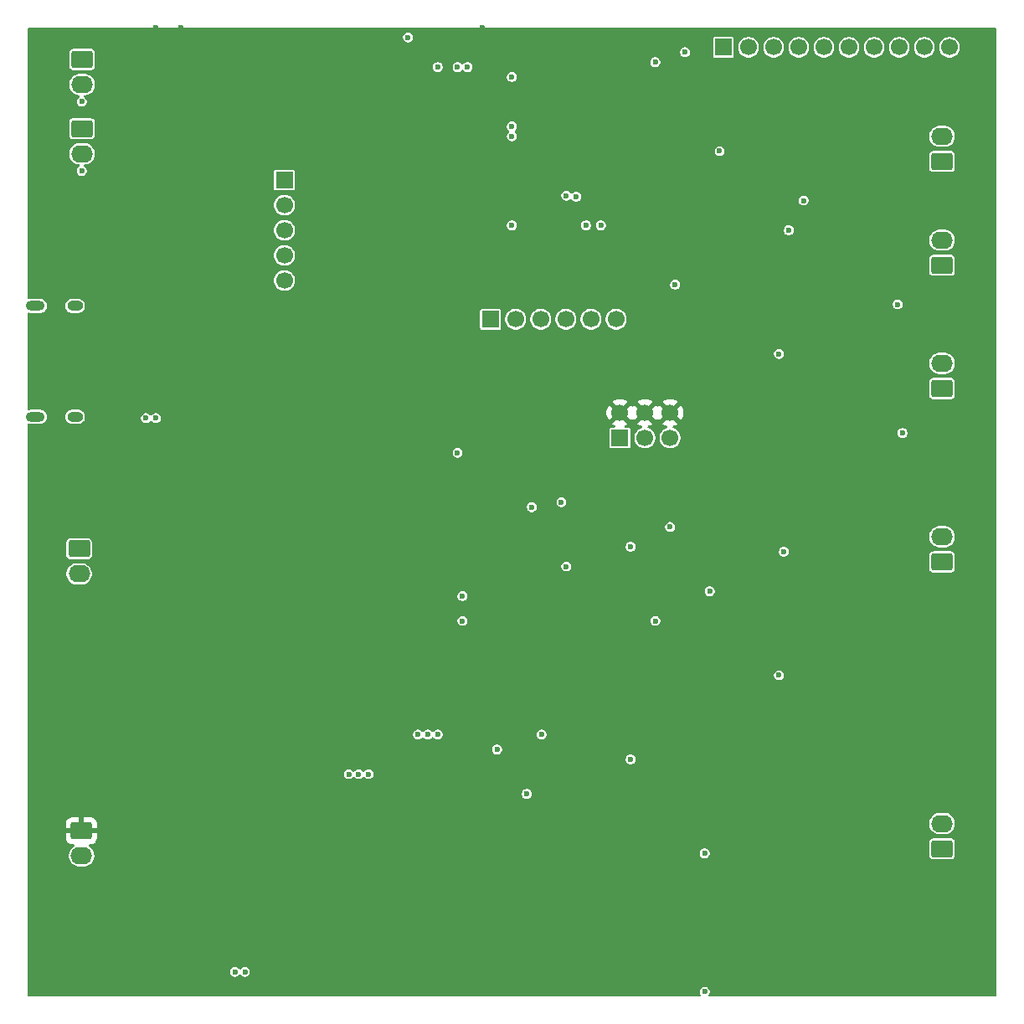
<source format=gbr>
G04 #@! TF.GenerationSoftware,KiCad,Pcbnew,9.0.2*
G04 #@! TF.CreationDate,2025-08-11T21:07:56-07:00*
G04 #@! TF.ProjectId,MusicalTeslaCoil,4d757369-6361-46c5-9465-736c61436f69,REV1*
G04 #@! TF.SameCoordinates,Original*
G04 #@! TF.FileFunction,Copper,L2,Inr*
G04 #@! TF.FilePolarity,Positive*
%FSLAX46Y46*%
G04 Gerber Fmt 4.6, Leading zero omitted, Abs format (unit mm)*
G04 Created by KiCad (PCBNEW 9.0.2) date 2025-08-11 21:07:56*
%MOMM*%
%LPD*%
G01*
G04 APERTURE LIST*
G04 Aperture macros list*
%AMRoundRect*
0 Rectangle with rounded corners*
0 $1 Rounding radius*
0 $2 $3 $4 $5 $6 $7 $8 $9 X,Y pos of 4 corners*
0 Add a 4 corners polygon primitive as box body*
4,1,4,$2,$3,$4,$5,$6,$7,$8,$9,$2,$3,0*
0 Add four circle primitives for the rounded corners*
1,1,$1+$1,$2,$3*
1,1,$1+$1,$4,$5*
1,1,$1+$1,$6,$7*
1,1,$1+$1,$8,$9*
0 Add four rect primitives between the rounded corners*
20,1,$1+$1,$2,$3,$4,$5,0*
20,1,$1+$1,$4,$5,$6,$7,0*
20,1,$1+$1,$6,$7,$8,$9,0*
20,1,$1+$1,$8,$9,$2,$3,0*%
G04 Aperture macros list end*
G04 #@! TA.AperFunction,ComponentPad*
%ADD10C,1.700000*%
G04 #@! TD*
G04 #@! TA.AperFunction,ComponentPad*
%ADD11R,1.700000X1.700000*%
G04 #@! TD*
G04 #@! TA.AperFunction,ComponentPad*
%ADD12O,2.190000X1.740000*%
G04 #@! TD*
G04 #@! TA.AperFunction,ComponentPad*
%ADD13RoundRect,0.250000X0.845000X-0.620000X0.845000X0.620000X-0.845000X0.620000X-0.845000X-0.620000X0*%
G04 #@! TD*
G04 #@! TA.AperFunction,ComponentPad*
%ADD14RoundRect,0.250000X-0.845000X0.620000X-0.845000X-0.620000X0.845000X-0.620000X0.845000X0.620000X0*%
G04 #@! TD*
G04 #@! TA.AperFunction,HeatsinkPad*
%ADD15C,0.600000*%
G04 #@! TD*
G04 #@! TA.AperFunction,ComponentPad*
%ADD16O,1.600000X1.000000*%
G04 #@! TD*
G04 #@! TA.AperFunction,ComponentPad*
%ADD17O,1.900000X1.000000*%
G04 #@! TD*
G04 #@! TA.AperFunction,ViaPad*
%ADD18C,0.600000*%
G04 #@! TD*
G04 APERTURE END LIST*
D10*
X115000000Y-92460000D03*
X115000000Y-95000000D03*
X112460000Y-92460000D03*
X112460000Y-95000000D03*
X109920000Y-92460000D03*
D11*
X109920000Y-95000000D03*
D12*
X142500000Y-64500000D03*
D13*
X142500000Y-67040000D03*
D12*
X142500000Y-75000000D03*
D13*
X142500000Y-77540000D03*
D12*
X55540000Y-59265000D03*
D14*
X55540000Y-56725000D03*
D15*
X106000000Y-62800000D03*
X106000000Y-61400000D03*
X105300000Y-63500000D03*
X105300000Y-62100000D03*
X105300000Y-60700000D03*
X104600000Y-62800000D03*
X104600000Y-61400000D03*
X103900000Y-63500000D03*
X103900000Y-62100000D03*
X103900000Y-60700000D03*
X103200000Y-62800000D03*
X103200000Y-61400000D03*
D16*
X54825000Y-92850000D03*
X54825000Y-81650000D03*
D17*
X50825000Y-92850000D03*
X50825000Y-81650000D03*
D14*
X55480000Y-134725000D03*
D12*
X55480000Y-137265000D03*
D11*
X96840000Y-83000000D03*
D10*
X99380000Y-83000000D03*
X101920000Y-83000000D03*
X104460000Y-83000000D03*
X107000000Y-83000000D03*
X109540000Y-83000000D03*
D11*
X76000000Y-68920000D03*
D10*
X76000000Y-71460000D03*
X76000000Y-74000000D03*
X76000000Y-76540000D03*
X76000000Y-79080000D03*
D11*
X120380000Y-55500000D03*
D10*
X122920000Y-55500000D03*
X125460000Y-55500000D03*
X128000000Y-55500000D03*
X130540000Y-55500000D03*
X133080000Y-55500000D03*
X135620000Y-55500000D03*
X138160000Y-55500000D03*
X140700000Y-55500000D03*
X143240000Y-55500000D03*
D13*
X142488000Y-90000001D03*
D12*
X142488000Y-87460001D03*
D13*
X142500000Y-136540000D03*
D12*
X142500000Y-134000000D03*
D13*
X142500000Y-107540000D03*
D12*
X142500000Y-105000000D03*
D14*
X55236800Y-106208400D03*
D12*
X55236800Y-108748400D03*
D14*
X55520000Y-63725000D03*
D12*
X55520000Y-66265000D03*
D18*
X86000000Y-61500000D03*
X91500000Y-57500000D03*
X93500000Y-101500000D03*
X93500000Y-103500000D03*
X111000000Y-106000000D03*
X105500000Y-70600000D03*
X104500000Y-70500000D03*
X127000000Y-74000000D03*
X126000000Y-86500000D03*
X108000000Y-73500000D03*
X106500000Y-73500000D03*
X104500000Y-108000000D03*
X101000000Y-102000000D03*
X144000000Y-115500000D03*
X120500000Y-98500000D03*
X121000000Y-111000000D03*
X121000000Y-119000000D03*
X136000000Y-104500000D03*
X121500000Y-106500000D03*
X126000000Y-119000000D03*
X113500000Y-113500000D03*
X126500000Y-106500000D03*
X115000000Y-104000000D03*
X119000000Y-110500000D03*
X112500000Y-107000000D03*
X104000000Y-101500000D03*
X91500000Y-125000000D03*
X90500000Y-125000000D03*
X89500000Y-125000000D03*
X118500000Y-151000000D03*
X118500000Y-137000000D03*
X135500000Y-132000000D03*
X120500000Y-149000000D03*
X135500000Y-146500000D03*
X122500000Y-139000000D03*
X122500000Y-124500000D03*
X120500000Y-134500000D03*
X111000000Y-132500000D03*
X99000000Y-64500000D03*
X99000000Y-63500000D03*
X100500000Y-131000000D03*
X97500000Y-126500000D03*
X111000000Y-127500000D03*
X102000000Y-125000000D03*
X100000000Y-129000000D03*
X84500000Y-129000000D03*
X83500000Y-129000000D03*
X82500000Y-129000000D03*
X81000000Y-131500000D03*
X98500000Y-133500000D03*
X95000000Y-133500000D03*
X90500000Y-130000000D03*
X84000000Y-127000000D03*
X63000000Y-147000000D03*
X73083350Y-134500000D03*
X69500000Y-131000000D03*
X64000000Y-138000000D03*
X99000000Y-58500000D03*
X99000000Y-73500000D03*
X94000000Y-113500000D03*
X94000000Y-111000000D03*
X113500000Y-57000000D03*
X93500000Y-96500000D03*
X100500000Y-107500000D03*
X97000000Y-107500000D03*
X93500000Y-99000000D03*
X68500000Y-111000000D03*
X93500000Y-105500000D03*
X81000000Y-119000000D03*
X74000000Y-119000000D03*
X70000000Y-118500000D03*
X64500000Y-118500000D03*
X138500000Y-94500000D03*
X132000000Y-90000000D03*
X138000000Y-81500000D03*
X134500000Y-77500000D03*
X131000000Y-77500000D03*
X115500000Y-79500000D03*
X100500000Y-78500000D03*
X124000000Y-76000000D03*
X128500000Y-71000000D03*
X130500000Y-68000000D03*
X129376050Y-66500000D03*
X136500000Y-64500000D03*
X133000000Y-64500000D03*
X121500000Y-62500000D03*
X120000000Y-66000000D03*
X116500000Y-56000000D03*
X116500000Y-55000000D03*
X116500000Y-54000000D03*
X81500000Y-61000000D03*
X96000000Y-54500000D03*
X96000000Y-53500000D03*
X94500000Y-57500000D03*
X88500000Y-54500000D03*
X93500000Y-57500000D03*
X92776327Y-54017354D03*
X87500000Y-54500000D03*
X65500000Y-60500000D03*
X63000000Y-60500000D03*
X65500000Y-53500000D03*
X63000000Y-53500000D03*
X55500000Y-61000000D03*
X55500000Y-68000000D03*
X71000000Y-149000000D03*
X72000000Y-149000000D03*
X62000000Y-93000000D03*
X63000000Y-93000000D03*
X66000000Y-93500000D03*
X57500000Y-90500000D03*
X57500000Y-84000000D03*
G04 #@! TA.AperFunction,Conductor*
G36*
X147943039Y-53519685D02*
G01*
X147988794Y-53572489D01*
X148000000Y-53624000D01*
X148000000Y-151376000D01*
X147980315Y-151443039D01*
X147927511Y-151488794D01*
X147876000Y-151500000D01*
X119004027Y-151500000D01*
X118936988Y-151480315D01*
X118891233Y-151427511D01*
X118881289Y-151358353D01*
X118896640Y-151314000D01*
X118966390Y-151193189D01*
X118966392Y-151193186D01*
X119000500Y-151065892D01*
X119000500Y-150934108D01*
X118966392Y-150806814D01*
X118900500Y-150692686D01*
X118807314Y-150599500D01*
X118750250Y-150566554D01*
X118693187Y-150533608D01*
X118629539Y-150516554D01*
X118565892Y-150499500D01*
X118434108Y-150499500D01*
X118306812Y-150533608D01*
X118192686Y-150599500D01*
X118192683Y-150599502D01*
X118099502Y-150692683D01*
X118099500Y-150692686D01*
X118033608Y-150806812D01*
X117999500Y-150934108D01*
X117999500Y-151065891D01*
X118033609Y-151193188D01*
X118033609Y-151193189D01*
X118103360Y-151314000D01*
X118119833Y-151381900D01*
X118096981Y-151447927D01*
X118042060Y-151491117D01*
X117995973Y-151500000D01*
X50124000Y-151500000D01*
X50056961Y-151480315D01*
X50011206Y-151427511D01*
X50000000Y-151376000D01*
X50000000Y-148934108D01*
X70499500Y-148934108D01*
X70499500Y-149065891D01*
X70533608Y-149193187D01*
X70566554Y-149250250D01*
X70599500Y-149307314D01*
X70692686Y-149400500D01*
X70806814Y-149466392D01*
X70934108Y-149500500D01*
X70934110Y-149500500D01*
X71065890Y-149500500D01*
X71065892Y-149500500D01*
X71193186Y-149466392D01*
X71307314Y-149400500D01*
X71400500Y-149307314D01*
X71400504Y-149307306D01*
X71401625Y-149305847D01*
X71402892Y-149304921D01*
X71406247Y-149301567D01*
X71406770Y-149302090D01*
X71458053Y-149264645D01*
X71527799Y-149260491D01*
X71588719Y-149294704D01*
X71598375Y-149305847D01*
X71599498Y-149307311D01*
X71599500Y-149307314D01*
X71692686Y-149400500D01*
X71806814Y-149466392D01*
X71934108Y-149500500D01*
X71934110Y-149500500D01*
X72065890Y-149500500D01*
X72065892Y-149500500D01*
X72193186Y-149466392D01*
X72307314Y-149400500D01*
X72400500Y-149307314D01*
X72466392Y-149193186D01*
X72500500Y-149065892D01*
X72500500Y-148934108D01*
X72466392Y-148806814D01*
X72400500Y-148692686D01*
X72307314Y-148599500D01*
X72250250Y-148566554D01*
X72193187Y-148533608D01*
X72129539Y-148516554D01*
X72065892Y-148499500D01*
X71934108Y-148499500D01*
X71806812Y-148533608D01*
X71692686Y-148599500D01*
X71692683Y-148599502D01*
X71599498Y-148692687D01*
X71598370Y-148694158D01*
X71597102Y-148695083D01*
X71593753Y-148698433D01*
X71593230Y-148697910D01*
X71541940Y-148735356D01*
X71472193Y-148739506D01*
X71411275Y-148705289D01*
X71401630Y-148694158D01*
X71400501Y-148692687D01*
X71307316Y-148599502D01*
X71307314Y-148599500D01*
X71250250Y-148566554D01*
X71193187Y-148533608D01*
X71129539Y-148516554D01*
X71065892Y-148499500D01*
X70934108Y-148499500D01*
X70806812Y-148533608D01*
X70692686Y-148599500D01*
X70692683Y-148599502D01*
X70599502Y-148692683D01*
X70599500Y-148692686D01*
X70533608Y-148806812D01*
X70499500Y-148934108D01*
X50000000Y-148934108D01*
X50000000Y-134055013D01*
X53885000Y-134055013D01*
X53885000Y-134475000D01*
X54937291Y-134475000D01*
X54925548Y-134495339D01*
X54885000Y-134646667D01*
X54885000Y-134803333D01*
X54925548Y-134954661D01*
X54937291Y-134975000D01*
X53885001Y-134975000D01*
X53885001Y-135394986D01*
X53895494Y-135497697D01*
X53950641Y-135664119D01*
X53950643Y-135664124D01*
X54042684Y-135813345D01*
X54166654Y-135937315D01*
X54315875Y-136029356D01*
X54315880Y-136029358D01*
X54482302Y-136084505D01*
X54482309Y-136084506D01*
X54585019Y-136094999D01*
X54670404Y-136094999D01*
X54737443Y-136114683D01*
X54783199Y-136167486D01*
X54793143Y-136236645D01*
X54764119Y-136300201D01*
X54739296Y-136322101D01*
X54572596Y-136433487D01*
X54572592Y-136433490D01*
X54423490Y-136582592D01*
X54423487Y-136582596D01*
X54306338Y-136757921D01*
X54306333Y-136757930D01*
X54225638Y-136952746D01*
X54225636Y-136952754D01*
X54184500Y-137159560D01*
X54184500Y-137370439D01*
X54225636Y-137577245D01*
X54225638Y-137577253D01*
X54306333Y-137772069D01*
X54306338Y-137772078D01*
X54423487Y-137947403D01*
X54423490Y-137947407D01*
X54572592Y-138096509D01*
X54572596Y-138096512D01*
X54747921Y-138213661D01*
X54747927Y-138213664D01*
X54747928Y-138213665D01*
X54942747Y-138294362D01*
X55149560Y-138335499D01*
X55149564Y-138335500D01*
X55149565Y-138335500D01*
X55810436Y-138335500D01*
X55810437Y-138335499D01*
X56017253Y-138294362D01*
X56212072Y-138213665D01*
X56387404Y-138096512D01*
X56536512Y-137947404D01*
X56653665Y-137772072D01*
X56734362Y-137577253D01*
X56775500Y-137370435D01*
X56775500Y-137159565D01*
X56756867Y-137065890D01*
X56734363Y-136952751D01*
X56734362Y-136952749D01*
X56734362Y-136952747D01*
X56726641Y-136934108D01*
X117999500Y-136934108D01*
X117999500Y-137065891D01*
X118033608Y-137193187D01*
X118045780Y-137214269D01*
X118099500Y-137307314D01*
X118192686Y-137400500D01*
X118306814Y-137466392D01*
X118434108Y-137500500D01*
X118434110Y-137500500D01*
X118565890Y-137500500D01*
X118565892Y-137500500D01*
X118693186Y-137466392D01*
X118807314Y-137400500D01*
X118900500Y-137307314D01*
X118966392Y-137193186D01*
X119000500Y-137065892D01*
X119000500Y-136934108D01*
X118966392Y-136806814D01*
X118900500Y-136692686D01*
X118807314Y-136599500D01*
X118750250Y-136566554D01*
X118693187Y-136533608D01*
X118629539Y-136516554D01*
X118565892Y-136499500D01*
X118434108Y-136499500D01*
X118306812Y-136533608D01*
X118192686Y-136599500D01*
X118192683Y-136599502D01*
X118099502Y-136692683D01*
X118099500Y-136692686D01*
X118033608Y-136806812D01*
X117999500Y-136934108D01*
X56726641Y-136934108D01*
X56653665Y-136757928D01*
X56653664Y-136757927D01*
X56653661Y-136757921D01*
X56536512Y-136582596D01*
X56536509Y-136582592D01*
X56387407Y-136433490D01*
X56387403Y-136433487D01*
X56220702Y-136322101D01*
X56175897Y-136268489D01*
X56167190Y-136199164D01*
X56197344Y-136136137D01*
X56256787Y-136099417D01*
X56289593Y-136094999D01*
X56374971Y-136094999D01*
X56374987Y-136094998D01*
X56477697Y-136084505D01*
X56644119Y-136029358D01*
X56644124Y-136029356D01*
X56793345Y-135937315D01*
X56864930Y-135865730D01*
X141204500Y-135865730D01*
X141204500Y-137214269D01*
X141207353Y-137244699D01*
X141207353Y-137244701D01*
X141251351Y-137370436D01*
X141252207Y-137372882D01*
X141332850Y-137482150D01*
X141442118Y-137562793D01*
X141483420Y-137577245D01*
X141570299Y-137607646D01*
X141600730Y-137610500D01*
X141600734Y-137610500D01*
X143399270Y-137610500D01*
X143429699Y-137607646D01*
X143429701Y-137607646D01*
X143493790Y-137585219D01*
X143557882Y-137562793D01*
X143667150Y-137482150D01*
X143747793Y-137372882D01*
X143770736Y-137307314D01*
X143792646Y-137244701D01*
X143792646Y-137244699D01*
X143795500Y-137214269D01*
X143795500Y-135865730D01*
X143792646Y-135835300D01*
X143792646Y-135835298D01*
X143747793Y-135707119D01*
X143747792Y-135707117D01*
X143716058Y-135664119D01*
X143667150Y-135597850D01*
X143557882Y-135517207D01*
X143557880Y-135517206D01*
X143429700Y-135472353D01*
X143399270Y-135469500D01*
X143399266Y-135469500D01*
X141600734Y-135469500D01*
X141600730Y-135469500D01*
X141570300Y-135472353D01*
X141570298Y-135472353D01*
X141442119Y-135517206D01*
X141442117Y-135517207D01*
X141332850Y-135597850D01*
X141252207Y-135707117D01*
X141252206Y-135707119D01*
X141207353Y-135835298D01*
X141207353Y-135835300D01*
X141204500Y-135865730D01*
X56864930Y-135865730D01*
X56917317Y-135813343D01*
X56926942Y-135797739D01*
X56926942Y-135797738D01*
X57009356Y-135664124D01*
X57009358Y-135664119D01*
X57064505Y-135497697D01*
X57064506Y-135497690D01*
X57074999Y-135394986D01*
X57075000Y-135394973D01*
X57075000Y-134975000D01*
X56022709Y-134975000D01*
X56034452Y-134954661D01*
X56075000Y-134803333D01*
X56075000Y-134646667D01*
X56034452Y-134495339D01*
X56022709Y-134475000D01*
X57074999Y-134475000D01*
X57074999Y-134055028D01*
X57074998Y-134055013D01*
X57064505Y-133952300D01*
X57056283Y-133927487D01*
X57056279Y-133927477D01*
X57045371Y-133894560D01*
X141204500Y-133894560D01*
X141204500Y-134105439D01*
X141245636Y-134312245D01*
X141245638Y-134312253D01*
X141326333Y-134507069D01*
X141326338Y-134507078D01*
X141443487Y-134682403D01*
X141443490Y-134682407D01*
X141592592Y-134831509D01*
X141592596Y-134831512D01*
X141767921Y-134948661D01*
X141767930Y-134948666D01*
X141812063Y-134966946D01*
X141962747Y-135029362D01*
X142169560Y-135070499D01*
X142169564Y-135070500D01*
X142169565Y-135070500D01*
X142830436Y-135070500D01*
X142830437Y-135070499D01*
X143037253Y-135029362D01*
X143232072Y-134948665D01*
X143407404Y-134831512D01*
X143556512Y-134682404D01*
X143673665Y-134507072D01*
X143754362Y-134312253D01*
X143795500Y-134105435D01*
X143795500Y-133894565D01*
X143754362Y-133687747D01*
X143673665Y-133492928D01*
X143673664Y-133492927D01*
X143673661Y-133492921D01*
X143556512Y-133317596D01*
X143556509Y-133317592D01*
X143407407Y-133168490D01*
X143407403Y-133168487D01*
X143232078Y-133051338D01*
X143232069Y-133051333D01*
X143037253Y-132970638D01*
X143037245Y-132970636D01*
X142830439Y-132929500D01*
X142830435Y-132929500D01*
X142169565Y-132929500D01*
X142169560Y-132929500D01*
X141962754Y-132970636D01*
X141962746Y-132970638D01*
X141767930Y-133051333D01*
X141767921Y-133051338D01*
X141592596Y-133168487D01*
X141592592Y-133168490D01*
X141443490Y-133317592D01*
X141443487Y-133317596D01*
X141326338Y-133492921D01*
X141326333Y-133492930D01*
X141245638Y-133687746D01*
X141245636Y-133687754D01*
X141204500Y-133894560D01*
X57045371Y-133894560D01*
X57009358Y-133785880D01*
X57009356Y-133785875D01*
X56917315Y-133636654D01*
X56793345Y-133512684D01*
X56644124Y-133420643D01*
X56644119Y-133420641D01*
X56477697Y-133365494D01*
X56477690Y-133365493D01*
X56374986Y-133355000D01*
X55730000Y-133355000D01*
X55730000Y-134182290D01*
X55709661Y-134170548D01*
X55558333Y-134130000D01*
X55401667Y-134130000D01*
X55250339Y-134170548D01*
X55230000Y-134182290D01*
X55230000Y-133355000D01*
X54585028Y-133355000D01*
X54585012Y-133355001D01*
X54482302Y-133365494D01*
X54315880Y-133420641D01*
X54315875Y-133420643D01*
X54166654Y-133512684D01*
X54042684Y-133636654D01*
X53950643Y-133785875D01*
X53950641Y-133785880D01*
X53895494Y-133952302D01*
X53895493Y-133952309D01*
X53885000Y-134055013D01*
X50000000Y-134055013D01*
X50000000Y-130934108D01*
X99999500Y-130934108D01*
X99999500Y-131065891D01*
X100033608Y-131193187D01*
X100066554Y-131250250D01*
X100099500Y-131307314D01*
X100192686Y-131400500D01*
X100306814Y-131466392D01*
X100434108Y-131500500D01*
X100434110Y-131500500D01*
X100565890Y-131500500D01*
X100565892Y-131500500D01*
X100693186Y-131466392D01*
X100807314Y-131400500D01*
X100900500Y-131307314D01*
X100966392Y-131193186D01*
X101000500Y-131065892D01*
X101000500Y-130934108D01*
X100966392Y-130806814D01*
X100900500Y-130692686D01*
X100807314Y-130599500D01*
X100750250Y-130566554D01*
X100693187Y-130533608D01*
X100629539Y-130516554D01*
X100565892Y-130499500D01*
X100434108Y-130499500D01*
X100306812Y-130533608D01*
X100192686Y-130599500D01*
X100192683Y-130599502D01*
X100099502Y-130692683D01*
X100099500Y-130692686D01*
X100033608Y-130806812D01*
X99999500Y-130934108D01*
X50000000Y-130934108D01*
X50000000Y-128934108D01*
X81999500Y-128934108D01*
X81999500Y-129065891D01*
X82033608Y-129193187D01*
X82066554Y-129250250D01*
X82099500Y-129307314D01*
X82192686Y-129400500D01*
X82306814Y-129466392D01*
X82434108Y-129500500D01*
X82434110Y-129500500D01*
X82565890Y-129500500D01*
X82565892Y-129500500D01*
X82693186Y-129466392D01*
X82807314Y-129400500D01*
X82900500Y-129307314D01*
X82900504Y-129307306D01*
X82901625Y-129305847D01*
X82902892Y-129304921D01*
X82906247Y-129301567D01*
X82906770Y-129302090D01*
X82958053Y-129264645D01*
X83027799Y-129260491D01*
X83088719Y-129294704D01*
X83098375Y-129305847D01*
X83099498Y-129307311D01*
X83099500Y-129307314D01*
X83192686Y-129400500D01*
X83306814Y-129466392D01*
X83434108Y-129500500D01*
X83434110Y-129500500D01*
X83565890Y-129500500D01*
X83565892Y-129500500D01*
X83693186Y-129466392D01*
X83807314Y-129400500D01*
X83900500Y-129307314D01*
X83900504Y-129307306D01*
X83901625Y-129305847D01*
X83902892Y-129304921D01*
X83906247Y-129301567D01*
X83906770Y-129302090D01*
X83958053Y-129264645D01*
X84027799Y-129260491D01*
X84088719Y-129294704D01*
X84098375Y-129305847D01*
X84099498Y-129307311D01*
X84099500Y-129307314D01*
X84192686Y-129400500D01*
X84306814Y-129466392D01*
X84434108Y-129500500D01*
X84434110Y-129500500D01*
X84565890Y-129500500D01*
X84565892Y-129500500D01*
X84693186Y-129466392D01*
X84807314Y-129400500D01*
X84900500Y-129307314D01*
X84966392Y-129193186D01*
X85000500Y-129065892D01*
X85000500Y-128934108D01*
X84966392Y-128806814D01*
X84900500Y-128692686D01*
X84807314Y-128599500D01*
X84750250Y-128566554D01*
X84693187Y-128533608D01*
X84629539Y-128516554D01*
X84565892Y-128499500D01*
X84434108Y-128499500D01*
X84306812Y-128533608D01*
X84192686Y-128599500D01*
X84192683Y-128599502D01*
X84099498Y-128692687D01*
X84098370Y-128694158D01*
X84097102Y-128695083D01*
X84093753Y-128698433D01*
X84093230Y-128697910D01*
X84041940Y-128735356D01*
X83972193Y-128739506D01*
X83911275Y-128705289D01*
X83901630Y-128694158D01*
X83900501Y-128692687D01*
X83807316Y-128599502D01*
X83807314Y-128599500D01*
X83750250Y-128566554D01*
X83693187Y-128533608D01*
X83629539Y-128516554D01*
X83565892Y-128499500D01*
X83434108Y-128499500D01*
X83306812Y-128533608D01*
X83192686Y-128599500D01*
X83192683Y-128599502D01*
X83099498Y-128692687D01*
X83098370Y-128694158D01*
X83097102Y-128695083D01*
X83093753Y-128698433D01*
X83093230Y-128697910D01*
X83041940Y-128735356D01*
X82972193Y-128739506D01*
X82911275Y-128705289D01*
X82901630Y-128694158D01*
X82900501Y-128692687D01*
X82807316Y-128599502D01*
X82807314Y-128599500D01*
X82750250Y-128566554D01*
X82693187Y-128533608D01*
X82629539Y-128516554D01*
X82565892Y-128499500D01*
X82434108Y-128499500D01*
X82306812Y-128533608D01*
X82192686Y-128599500D01*
X82192683Y-128599502D01*
X82099502Y-128692683D01*
X82099500Y-128692686D01*
X82033608Y-128806812D01*
X81999500Y-128934108D01*
X50000000Y-128934108D01*
X50000000Y-127434108D01*
X110499500Y-127434108D01*
X110499500Y-127565891D01*
X110533608Y-127693187D01*
X110566554Y-127750250D01*
X110599500Y-127807314D01*
X110692686Y-127900500D01*
X110806814Y-127966392D01*
X110934108Y-128000500D01*
X110934110Y-128000500D01*
X111065890Y-128000500D01*
X111065892Y-128000500D01*
X111193186Y-127966392D01*
X111307314Y-127900500D01*
X111400500Y-127807314D01*
X111466392Y-127693186D01*
X111500500Y-127565892D01*
X111500500Y-127434108D01*
X111466392Y-127306814D01*
X111400500Y-127192686D01*
X111307314Y-127099500D01*
X111250250Y-127066554D01*
X111193187Y-127033608D01*
X111129539Y-127016554D01*
X111065892Y-126999500D01*
X110934108Y-126999500D01*
X110806812Y-127033608D01*
X110692686Y-127099500D01*
X110692683Y-127099502D01*
X110599502Y-127192683D01*
X110599500Y-127192686D01*
X110533608Y-127306812D01*
X110499500Y-127434108D01*
X50000000Y-127434108D01*
X50000000Y-126434108D01*
X96999500Y-126434108D01*
X96999500Y-126565891D01*
X97033608Y-126693187D01*
X97066554Y-126750250D01*
X97099500Y-126807314D01*
X97192686Y-126900500D01*
X97306814Y-126966392D01*
X97434108Y-127000500D01*
X97434110Y-127000500D01*
X97565890Y-127000500D01*
X97565892Y-127000500D01*
X97693186Y-126966392D01*
X97807314Y-126900500D01*
X97900500Y-126807314D01*
X97966392Y-126693186D01*
X98000500Y-126565892D01*
X98000500Y-126434108D01*
X97966392Y-126306814D01*
X97900500Y-126192686D01*
X97807314Y-126099500D01*
X97750250Y-126066554D01*
X97693187Y-126033608D01*
X97629539Y-126016554D01*
X97565892Y-125999500D01*
X97434108Y-125999500D01*
X97306812Y-126033608D01*
X97192686Y-126099500D01*
X97192683Y-126099502D01*
X97099502Y-126192683D01*
X97099500Y-126192686D01*
X97033608Y-126306812D01*
X96999500Y-126434108D01*
X50000000Y-126434108D01*
X50000000Y-124934108D01*
X88999500Y-124934108D01*
X88999500Y-125065891D01*
X89033608Y-125193187D01*
X89066554Y-125250250D01*
X89099500Y-125307314D01*
X89192686Y-125400500D01*
X89306814Y-125466392D01*
X89434108Y-125500500D01*
X89434110Y-125500500D01*
X89565890Y-125500500D01*
X89565892Y-125500500D01*
X89693186Y-125466392D01*
X89807314Y-125400500D01*
X89900500Y-125307314D01*
X89900504Y-125307306D01*
X89901625Y-125305847D01*
X89902892Y-125304921D01*
X89906247Y-125301567D01*
X89906770Y-125302090D01*
X89958053Y-125264645D01*
X90027799Y-125260491D01*
X90088719Y-125294704D01*
X90098375Y-125305847D01*
X90099498Y-125307311D01*
X90099500Y-125307314D01*
X90192686Y-125400500D01*
X90306814Y-125466392D01*
X90434108Y-125500500D01*
X90434110Y-125500500D01*
X90565890Y-125500500D01*
X90565892Y-125500500D01*
X90693186Y-125466392D01*
X90807314Y-125400500D01*
X90900500Y-125307314D01*
X90900504Y-125307306D01*
X90901625Y-125305847D01*
X90902892Y-125304921D01*
X90906247Y-125301567D01*
X90906770Y-125302090D01*
X90958053Y-125264645D01*
X91027799Y-125260491D01*
X91088719Y-125294704D01*
X91098375Y-125305847D01*
X91099498Y-125307311D01*
X91099500Y-125307314D01*
X91192686Y-125400500D01*
X91306814Y-125466392D01*
X91434108Y-125500500D01*
X91434110Y-125500500D01*
X91565890Y-125500500D01*
X91565892Y-125500500D01*
X91693186Y-125466392D01*
X91807314Y-125400500D01*
X91900500Y-125307314D01*
X91966392Y-125193186D01*
X92000500Y-125065892D01*
X92000500Y-124934108D01*
X101499500Y-124934108D01*
X101499500Y-125065891D01*
X101533608Y-125193187D01*
X101566554Y-125250250D01*
X101599500Y-125307314D01*
X101692686Y-125400500D01*
X101806814Y-125466392D01*
X101934108Y-125500500D01*
X101934110Y-125500500D01*
X102065890Y-125500500D01*
X102065892Y-125500500D01*
X102193186Y-125466392D01*
X102307314Y-125400500D01*
X102400500Y-125307314D01*
X102466392Y-125193186D01*
X102500500Y-125065892D01*
X102500500Y-124934108D01*
X102466392Y-124806814D01*
X102400500Y-124692686D01*
X102307314Y-124599500D01*
X102250250Y-124566554D01*
X102193187Y-124533608D01*
X102129539Y-124516554D01*
X102065892Y-124499500D01*
X101934108Y-124499500D01*
X101806812Y-124533608D01*
X101692686Y-124599500D01*
X101692683Y-124599502D01*
X101599502Y-124692683D01*
X101599500Y-124692686D01*
X101533608Y-124806812D01*
X101499500Y-124934108D01*
X92000500Y-124934108D01*
X91966392Y-124806814D01*
X91900500Y-124692686D01*
X91807314Y-124599500D01*
X91750250Y-124566554D01*
X91693187Y-124533608D01*
X91629539Y-124516554D01*
X91565892Y-124499500D01*
X91434108Y-124499500D01*
X91306812Y-124533608D01*
X91192686Y-124599500D01*
X91192683Y-124599502D01*
X91099498Y-124692687D01*
X91098370Y-124694158D01*
X91097102Y-124695083D01*
X91093753Y-124698433D01*
X91093230Y-124697910D01*
X91041940Y-124735356D01*
X90972193Y-124739506D01*
X90911275Y-124705289D01*
X90901630Y-124694158D01*
X90900501Y-124692687D01*
X90807316Y-124599502D01*
X90807314Y-124599500D01*
X90750250Y-124566554D01*
X90693187Y-124533608D01*
X90629539Y-124516554D01*
X90565892Y-124499500D01*
X90434108Y-124499500D01*
X90306812Y-124533608D01*
X90192686Y-124599500D01*
X90192683Y-124599502D01*
X90099498Y-124692687D01*
X90098370Y-124694158D01*
X90097102Y-124695083D01*
X90093753Y-124698433D01*
X90093230Y-124697910D01*
X90041940Y-124735356D01*
X89972193Y-124739506D01*
X89911275Y-124705289D01*
X89901630Y-124694158D01*
X89900501Y-124692687D01*
X89807316Y-124599502D01*
X89807314Y-124599500D01*
X89750250Y-124566554D01*
X89693187Y-124533608D01*
X89629539Y-124516554D01*
X89565892Y-124499500D01*
X89434108Y-124499500D01*
X89306812Y-124533608D01*
X89192686Y-124599500D01*
X89192683Y-124599502D01*
X89099502Y-124692683D01*
X89099500Y-124692686D01*
X89033608Y-124806812D01*
X88999500Y-124934108D01*
X50000000Y-124934108D01*
X50000000Y-118934108D01*
X125499500Y-118934108D01*
X125499500Y-119065891D01*
X125533608Y-119193187D01*
X125566554Y-119250250D01*
X125599500Y-119307314D01*
X125692686Y-119400500D01*
X125806814Y-119466392D01*
X125934108Y-119500500D01*
X125934110Y-119500500D01*
X126065890Y-119500500D01*
X126065892Y-119500500D01*
X126193186Y-119466392D01*
X126307314Y-119400500D01*
X126400500Y-119307314D01*
X126466392Y-119193186D01*
X126500500Y-119065892D01*
X126500500Y-118934108D01*
X126466392Y-118806814D01*
X126400500Y-118692686D01*
X126307314Y-118599500D01*
X126250250Y-118566554D01*
X126193187Y-118533608D01*
X126129539Y-118516554D01*
X126065892Y-118499500D01*
X125934108Y-118499500D01*
X125806812Y-118533608D01*
X125692686Y-118599500D01*
X125692683Y-118599502D01*
X125599502Y-118692683D01*
X125599500Y-118692686D01*
X125533608Y-118806812D01*
X125499500Y-118934108D01*
X50000000Y-118934108D01*
X50000000Y-113434108D01*
X93499500Y-113434108D01*
X93499500Y-113565891D01*
X93533608Y-113693187D01*
X93566554Y-113750250D01*
X93599500Y-113807314D01*
X93692686Y-113900500D01*
X93806814Y-113966392D01*
X93934108Y-114000500D01*
X93934110Y-114000500D01*
X94065890Y-114000500D01*
X94065892Y-114000500D01*
X94193186Y-113966392D01*
X94307314Y-113900500D01*
X94400500Y-113807314D01*
X94466392Y-113693186D01*
X94500500Y-113565892D01*
X94500500Y-113434108D01*
X112999500Y-113434108D01*
X112999500Y-113565891D01*
X113033608Y-113693187D01*
X113066554Y-113750250D01*
X113099500Y-113807314D01*
X113192686Y-113900500D01*
X113306814Y-113966392D01*
X113434108Y-114000500D01*
X113434110Y-114000500D01*
X113565890Y-114000500D01*
X113565892Y-114000500D01*
X113693186Y-113966392D01*
X113807314Y-113900500D01*
X113900500Y-113807314D01*
X113966392Y-113693186D01*
X114000500Y-113565892D01*
X114000500Y-113434108D01*
X113966392Y-113306814D01*
X113900500Y-113192686D01*
X113807314Y-113099500D01*
X113750250Y-113066554D01*
X113693187Y-113033608D01*
X113629539Y-113016554D01*
X113565892Y-112999500D01*
X113434108Y-112999500D01*
X113306812Y-113033608D01*
X113192686Y-113099500D01*
X113192683Y-113099502D01*
X113099502Y-113192683D01*
X113099500Y-113192686D01*
X113033608Y-113306812D01*
X112999500Y-113434108D01*
X94500500Y-113434108D01*
X94466392Y-113306814D01*
X94400500Y-113192686D01*
X94307314Y-113099500D01*
X94250250Y-113066554D01*
X94193187Y-113033608D01*
X94129539Y-113016554D01*
X94065892Y-112999500D01*
X93934108Y-112999500D01*
X93806812Y-113033608D01*
X93692686Y-113099500D01*
X93692683Y-113099502D01*
X93599502Y-113192683D01*
X93599500Y-113192686D01*
X93533608Y-113306812D01*
X93499500Y-113434108D01*
X50000000Y-113434108D01*
X50000000Y-110934108D01*
X93499500Y-110934108D01*
X93499500Y-111065891D01*
X93533608Y-111193187D01*
X93566554Y-111250250D01*
X93599500Y-111307314D01*
X93692686Y-111400500D01*
X93806814Y-111466392D01*
X93934108Y-111500500D01*
X93934110Y-111500500D01*
X94065890Y-111500500D01*
X94065892Y-111500500D01*
X94193186Y-111466392D01*
X94307314Y-111400500D01*
X94400500Y-111307314D01*
X94466392Y-111193186D01*
X94500500Y-111065892D01*
X94500500Y-110934108D01*
X94466392Y-110806814D01*
X94400500Y-110692686D01*
X94307314Y-110599500D01*
X94193186Y-110533608D01*
X94065892Y-110499500D01*
X93934108Y-110499500D01*
X93806812Y-110533608D01*
X93692686Y-110599500D01*
X93692683Y-110599502D01*
X93599502Y-110692683D01*
X93599500Y-110692686D01*
X93533608Y-110806812D01*
X93499500Y-110934108D01*
X50000000Y-110934108D01*
X50000000Y-110434108D01*
X118499500Y-110434108D01*
X118499500Y-110565891D01*
X118533608Y-110693187D01*
X118566554Y-110750250D01*
X118599500Y-110807314D01*
X118692686Y-110900500D01*
X118806814Y-110966392D01*
X118934108Y-111000500D01*
X118934110Y-111000500D01*
X119065890Y-111000500D01*
X119065892Y-111000500D01*
X119193186Y-110966392D01*
X119307314Y-110900500D01*
X119400500Y-110807314D01*
X119466392Y-110693186D01*
X119500500Y-110565892D01*
X119500500Y-110434108D01*
X119466392Y-110306814D01*
X119400500Y-110192686D01*
X119307314Y-110099500D01*
X119250250Y-110066554D01*
X119193187Y-110033608D01*
X119129539Y-110016554D01*
X119065892Y-109999500D01*
X118934108Y-109999500D01*
X118806812Y-110033608D01*
X118692686Y-110099500D01*
X118692683Y-110099502D01*
X118599502Y-110192683D01*
X118599500Y-110192686D01*
X118533608Y-110306812D01*
X118499500Y-110434108D01*
X50000000Y-110434108D01*
X50000000Y-108642960D01*
X53941300Y-108642960D01*
X53941300Y-108853839D01*
X53982436Y-109060645D01*
X53982438Y-109060653D01*
X54063133Y-109255469D01*
X54063138Y-109255478D01*
X54180287Y-109430803D01*
X54180290Y-109430807D01*
X54329392Y-109579909D01*
X54329396Y-109579912D01*
X54504721Y-109697061D01*
X54504727Y-109697064D01*
X54504728Y-109697065D01*
X54699547Y-109777762D01*
X54906360Y-109818899D01*
X54906364Y-109818900D01*
X54906365Y-109818900D01*
X55567236Y-109818900D01*
X55567237Y-109818899D01*
X55774053Y-109777762D01*
X55968872Y-109697065D01*
X56144204Y-109579912D01*
X56293312Y-109430804D01*
X56410465Y-109255472D01*
X56491162Y-109060653D01*
X56532300Y-108853835D01*
X56532300Y-108642965D01*
X56491162Y-108436147D01*
X56410465Y-108241328D01*
X56410464Y-108241327D01*
X56410461Y-108241321D01*
X56293312Y-108065996D01*
X56293309Y-108065992D01*
X56161425Y-107934108D01*
X103999500Y-107934108D01*
X103999500Y-108065891D01*
X104033608Y-108193187D01*
X104045780Y-108214269D01*
X104099500Y-108307314D01*
X104192686Y-108400500D01*
X104306814Y-108466392D01*
X104434108Y-108500500D01*
X104434110Y-108500500D01*
X104565890Y-108500500D01*
X104565892Y-108500500D01*
X104693186Y-108466392D01*
X104807314Y-108400500D01*
X104900500Y-108307314D01*
X104966392Y-108193186D01*
X105000500Y-108065892D01*
X105000500Y-107934108D01*
X104966392Y-107806814D01*
X104900500Y-107692686D01*
X104807314Y-107599500D01*
X104750250Y-107566554D01*
X104693187Y-107533608D01*
X104629539Y-107516554D01*
X104565892Y-107499500D01*
X104434108Y-107499500D01*
X104306812Y-107533608D01*
X104192686Y-107599500D01*
X104192683Y-107599502D01*
X104099502Y-107692683D01*
X104099500Y-107692686D01*
X104033608Y-107806812D01*
X103999500Y-107934108D01*
X56161425Y-107934108D01*
X56144207Y-107916890D01*
X56144203Y-107916887D01*
X55968878Y-107799738D01*
X55968869Y-107799733D01*
X55774053Y-107719038D01*
X55774045Y-107719036D01*
X55567239Y-107677900D01*
X55567235Y-107677900D01*
X54906365Y-107677900D01*
X54906360Y-107677900D01*
X54699554Y-107719036D01*
X54699546Y-107719038D01*
X54504730Y-107799733D01*
X54504721Y-107799738D01*
X54329396Y-107916887D01*
X54329392Y-107916890D01*
X54180290Y-108065992D01*
X54180287Y-108065996D01*
X54063138Y-108241321D01*
X54063133Y-108241330D01*
X53982438Y-108436146D01*
X53982436Y-108436154D01*
X53941300Y-108642960D01*
X50000000Y-108642960D01*
X50000000Y-105534130D01*
X53941300Y-105534130D01*
X53941300Y-106882669D01*
X53944153Y-106913099D01*
X53944153Y-106913101D01*
X53989006Y-107041280D01*
X53989007Y-107041282D01*
X54069650Y-107150550D01*
X54178918Y-107231193D01*
X54221645Y-107246144D01*
X54307099Y-107276046D01*
X54337530Y-107278900D01*
X54337534Y-107278900D01*
X56136070Y-107278900D01*
X56166499Y-107276046D01*
X56166501Y-107276046D01*
X56230590Y-107253619D01*
X56294682Y-107231193D01*
X56403950Y-107150550D01*
X56484593Y-107041282D01*
X56510798Y-106966392D01*
X56529446Y-106913101D01*
X56529446Y-106913099D01*
X56532300Y-106882669D01*
X56532300Y-105934108D01*
X110499500Y-105934108D01*
X110499500Y-106065892D01*
X110500735Y-106070500D01*
X110533608Y-106193187D01*
X110566554Y-106250250D01*
X110599500Y-106307314D01*
X110692686Y-106400500D01*
X110806814Y-106466392D01*
X110934108Y-106500500D01*
X110934110Y-106500500D01*
X111065890Y-106500500D01*
X111065892Y-106500500D01*
X111193186Y-106466392D01*
X111249103Y-106434108D01*
X125999500Y-106434108D01*
X125999500Y-106565891D01*
X126033608Y-106693187D01*
X126041652Y-106707119D01*
X126099500Y-106807314D01*
X126192686Y-106900500D01*
X126306814Y-106966392D01*
X126434108Y-107000500D01*
X126434110Y-107000500D01*
X126565890Y-107000500D01*
X126565892Y-107000500D01*
X126693186Y-106966392D01*
X126807314Y-106900500D01*
X126842084Y-106865730D01*
X141204500Y-106865730D01*
X141204500Y-108214269D01*
X141207353Y-108244699D01*
X141207353Y-108244701D01*
X141252206Y-108372880D01*
X141252207Y-108372882D01*
X141332850Y-108482150D01*
X141442118Y-108562793D01*
X141484845Y-108577744D01*
X141570299Y-108607646D01*
X141600730Y-108610500D01*
X141600734Y-108610500D01*
X143399270Y-108610500D01*
X143429699Y-108607646D01*
X143429701Y-108607646D01*
X143493790Y-108585219D01*
X143557882Y-108562793D01*
X143667150Y-108482150D01*
X143747793Y-108372882D01*
X143770736Y-108307314D01*
X143792646Y-108244701D01*
X143792646Y-108244699D01*
X143795500Y-108214269D01*
X143795500Y-106865730D01*
X143792646Y-106835300D01*
X143792646Y-106835298D01*
X143747793Y-106707119D01*
X143747792Y-106707117D01*
X143737512Y-106693188D01*
X143667150Y-106597850D01*
X143557882Y-106517207D01*
X143557880Y-106517206D01*
X143429700Y-106472353D01*
X143399270Y-106469500D01*
X143399266Y-106469500D01*
X141600734Y-106469500D01*
X141600730Y-106469500D01*
X141570300Y-106472353D01*
X141570298Y-106472353D01*
X141442119Y-106517206D01*
X141442117Y-106517207D01*
X141332850Y-106597850D01*
X141252207Y-106707117D01*
X141252206Y-106707119D01*
X141207353Y-106835298D01*
X141207353Y-106835300D01*
X141204500Y-106865730D01*
X126842084Y-106865730D01*
X126900500Y-106807314D01*
X126966392Y-106693186D01*
X127000500Y-106565892D01*
X127000500Y-106434108D01*
X126966392Y-106306814D01*
X126900500Y-106192686D01*
X126807314Y-106099500D01*
X126749100Y-106065890D01*
X126693187Y-106033608D01*
X126629539Y-106016554D01*
X126565892Y-105999500D01*
X126434108Y-105999500D01*
X126306812Y-106033608D01*
X126192686Y-106099500D01*
X126192683Y-106099502D01*
X126099502Y-106192683D01*
X126099500Y-106192686D01*
X126033608Y-106306812D01*
X125999500Y-106434108D01*
X111249103Y-106434108D01*
X111307314Y-106400500D01*
X111400500Y-106307314D01*
X111466392Y-106193186D01*
X111500500Y-106065892D01*
X111500500Y-105934108D01*
X111466392Y-105806814D01*
X111400500Y-105692686D01*
X111307314Y-105599500D01*
X111250250Y-105566554D01*
X111193187Y-105533608D01*
X111129539Y-105516554D01*
X111065892Y-105499500D01*
X110934108Y-105499500D01*
X110806812Y-105533608D01*
X110692686Y-105599500D01*
X110692683Y-105599502D01*
X110599502Y-105692683D01*
X110599500Y-105692686D01*
X110533608Y-105806812D01*
X110526991Y-105831509D01*
X110499500Y-105934108D01*
X56532300Y-105934108D01*
X56532300Y-105534130D01*
X56529446Y-105503700D01*
X56529446Y-105503698D01*
X56484593Y-105375519D01*
X56484592Y-105375517D01*
X56403950Y-105266250D01*
X56294682Y-105185607D01*
X56294680Y-105185606D01*
X56166500Y-105140753D01*
X56136070Y-105137900D01*
X56136066Y-105137900D01*
X54337534Y-105137900D01*
X54337530Y-105137900D01*
X54307100Y-105140753D01*
X54307098Y-105140753D01*
X54178919Y-105185606D01*
X54178917Y-105185607D01*
X54069650Y-105266250D01*
X53989007Y-105375517D01*
X53989006Y-105375519D01*
X53944153Y-105503698D01*
X53944153Y-105503700D01*
X53941300Y-105534130D01*
X50000000Y-105534130D01*
X50000000Y-104894560D01*
X141204500Y-104894560D01*
X141204500Y-105105439D01*
X141245636Y-105312245D01*
X141245638Y-105312253D01*
X141326333Y-105507069D01*
X141326338Y-105507078D01*
X141443487Y-105682403D01*
X141443490Y-105682407D01*
X141592592Y-105831509D01*
X141592596Y-105831512D01*
X141767921Y-105948661D01*
X141767927Y-105948664D01*
X141767928Y-105948665D01*
X141962747Y-106029362D01*
X142146389Y-106065890D01*
X142169560Y-106070499D01*
X142169564Y-106070500D01*
X142169565Y-106070500D01*
X142830436Y-106070500D01*
X142830437Y-106070499D01*
X143037253Y-106029362D01*
X143232072Y-105948665D01*
X143407404Y-105831512D01*
X143556512Y-105682404D01*
X143673665Y-105507072D01*
X143754362Y-105312253D01*
X143795500Y-105105435D01*
X143795500Y-104894565D01*
X143754362Y-104687747D01*
X143691946Y-104537063D01*
X143673666Y-104492930D01*
X143673661Y-104492921D01*
X143556512Y-104317596D01*
X143556509Y-104317592D01*
X143407407Y-104168490D01*
X143407403Y-104168487D01*
X143232078Y-104051338D01*
X143232069Y-104051333D01*
X143037253Y-103970638D01*
X143037245Y-103970636D01*
X142830439Y-103929500D01*
X142830435Y-103929500D01*
X142169565Y-103929500D01*
X142169560Y-103929500D01*
X141962754Y-103970636D01*
X141962746Y-103970638D01*
X141767930Y-104051333D01*
X141767921Y-104051338D01*
X141592596Y-104168487D01*
X141592592Y-104168490D01*
X141443490Y-104317592D01*
X141443487Y-104317596D01*
X141326338Y-104492921D01*
X141326333Y-104492930D01*
X141245638Y-104687746D01*
X141245636Y-104687754D01*
X141204500Y-104894560D01*
X50000000Y-104894560D01*
X50000000Y-103934108D01*
X114499500Y-103934108D01*
X114499500Y-104065891D01*
X114533608Y-104193187D01*
X114566554Y-104250250D01*
X114599500Y-104307314D01*
X114692686Y-104400500D01*
X114806814Y-104466392D01*
X114934108Y-104500500D01*
X114934110Y-104500500D01*
X115065890Y-104500500D01*
X115065892Y-104500500D01*
X115193186Y-104466392D01*
X115307314Y-104400500D01*
X115400500Y-104307314D01*
X115466392Y-104193186D01*
X115500500Y-104065892D01*
X115500500Y-103934108D01*
X115466392Y-103806814D01*
X115400500Y-103692686D01*
X115307314Y-103599500D01*
X115250250Y-103566554D01*
X115193187Y-103533608D01*
X115129539Y-103516554D01*
X115065892Y-103499500D01*
X114934108Y-103499500D01*
X114806812Y-103533608D01*
X114692686Y-103599500D01*
X114692683Y-103599502D01*
X114599502Y-103692683D01*
X114599500Y-103692686D01*
X114533608Y-103806812D01*
X114499500Y-103934108D01*
X50000000Y-103934108D01*
X50000000Y-101934108D01*
X100499500Y-101934108D01*
X100499500Y-102065891D01*
X100533608Y-102193187D01*
X100566554Y-102250250D01*
X100599500Y-102307314D01*
X100692686Y-102400500D01*
X100806814Y-102466392D01*
X100934108Y-102500500D01*
X100934110Y-102500500D01*
X101065890Y-102500500D01*
X101065892Y-102500500D01*
X101193186Y-102466392D01*
X101307314Y-102400500D01*
X101400500Y-102307314D01*
X101466392Y-102193186D01*
X101500500Y-102065892D01*
X101500500Y-101934108D01*
X101466392Y-101806814D01*
X101400500Y-101692686D01*
X101307314Y-101599500D01*
X101193186Y-101533608D01*
X101065892Y-101499500D01*
X100934108Y-101499500D01*
X100806812Y-101533608D01*
X100692686Y-101599500D01*
X100692683Y-101599502D01*
X100599502Y-101692683D01*
X100599500Y-101692686D01*
X100533608Y-101806812D01*
X100499500Y-101934108D01*
X50000000Y-101934108D01*
X50000000Y-101434108D01*
X103499500Y-101434108D01*
X103499500Y-101565891D01*
X103533608Y-101693187D01*
X103566554Y-101750250D01*
X103599500Y-101807314D01*
X103692686Y-101900500D01*
X103806814Y-101966392D01*
X103934108Y-102000500D01*
X103934110Y-102000500D01*
X104065890Y-102000500D01*
X104065892Y-102000500D01*
X104193186Y-101966392D01*
X104307314Y-101900500D01*
X104400500Y-101807314D01*
X104466392Y-101693186D01*
X104500500Y-101565892D01*
X104500500Y-101434108D01*
X104466392Y-101306814D01*
X104400500Y-101192686D01*
X104307314Y-101099500D01*
X104250250Y-101066554D01*
X104193187Y-101033608D01*
X104129539Y-101016554D01*
X104065892Y-100999500D01*
X103934108Y-100999500D01*
X103806812Y-101033608D01*
X103692686Y-101099500D01*
X103692683Y-101099502D01*
X103599502Y-101192683D01*
X103599500Y-101192686D01*
X103533608Y-101306812D01*
X103499500Y-101434108D01*
X50000000Y-101434108D01*
X50000000Y-96434108D01*
X92999500Y-96434108D01*
X92999500Y-96565891D01*
X93033608Y-96693187D01*
X93066554Y-96750250D01*
X93099500Y-96807314D01*
X93192686Y-96900500D01*
X93306814Y-96966392D01*
X93434108Y-97000500D01*
X93434110Y-97000500D01*
X93565890Y-97000500D01*
X93565892Y-97000500D01*
X93693186Y-96966392D01*
X93807314Y-96900500D01*
X93900500Y-96807314D01*
X93966392Y-96693186D01*
X94000500Y-96565892D01*
X94000500Y-96434108D01*
X93966392Y-96306814D01*
X93900500Y-96192686D01*
X93807314Y-96099500D01*
X93702297Y-96038868D01*
X93693187Y-96033608D01*
X93629539Y-96016554D01*
X93565892Y-95999500D01*
X93434108Y-95999500D01*
X93306812Y-96033608D01*
X93192686Y-96099500D01*
X93192683Y-96099502D01*
X93099502Y-96192683D01*
X93099500Y-96192686D01*
X93033608Y-96306812D01*
X92999500Y-96434108D01*
X50000000Y-96434108D01*
X50000000Y-93638464D01*
X50019685Y-93571425D01*
X50072489Y-93525670D01*
X50141647Y-93515726D01*
X50164766Y-93522069D01*
X50164845Y-93521812D01*
X50170667Y-93523578D01*
X50170672Y-93523580D01*
X50170676Y-93523580D01*
X50170677Y-93523581D01*
X50306004Y-93550500D01*
X50306007Y-93550500D01*
X51343995Y-93550500D01*
X51435041Y-93532389D01*
X51479328Y-93523580D01*
X51606811Y-93470775D01*
X51721542Y-93394114D01*
X51819114Y-93296542D01*
X51895775Y-93181811D01*
X51948580Y-93054328D01*
X51972493Y-92934110D01*
X51975500Y-92918995D01*
X53824499Y-92918995D01*
X53851418Y-93054322D01*
X53851421Y-93054332D01*
X53904221Y-93181804D01*
X53904228Y-93181817D01*
X53980885Y-93296541D01*
X53980888Y-93296545D01*
X54078454Y-93394111D01*
X54078458Y-93394114D01*
X54193182Y-93470771D01*
X54193195Y-93470778D01*
X54317024Y-93522069D01*
X54320672Y-93523580D01*
X54320676Y-93523580D01*
X54320677Y-93523581D01*
X54456004Y-93550500D01*
X54456007Y-93550500D01*
X55193995Y-93550500D01*
X55285041Y-93532389D01*
X55329328Y-93523580D01*
X55456811Y-93470775D01*
X55571542Y-93394114D01*
X55669114Y-93296542D01*
X55745775Y-93181811D01*
X55798580Y-93054328D01*
X55822493Y-92934108D01*
X61499500Y-92934108D01*
X61499500Y-93065892D01*
X61510557Y-93107157D01*
X61533608Y-93193187D01*
X61550080Y-93221716D01*
X61599500Y-93307314D01*
X61692686Y-93400500D01*
X61806814Y-93466392D01*
X61934108Y-93500500D01*
X61934110Y-93500500D01*
X62065890Y-93500500D01*
X62065892Y-93500500D01*
X62193186Y-93466392D01*
X62307314Y-93400500D01*
X62400500Y-93307314D01*
X62400504Y-93307306D01*
X62401625Y-93305847D01*
X62402892Y-93304921D01*
X62406247Y-93301567D01*
X62406770Y-93302090D01*
X62458053Y-93264645D01*
X62527799Y-93260491D01*
X62588719Y-93294704D01*
X62598375Y-93305847D01*
X62599498Y-93307311D01*
X62599500Y-93307314D01*
X62692686Y-93400500D01*
X62806814Y-93466392D01*
X62934108Y-93500500D01*
X62934110Y-93500500D01*
X63065890Y-93500500D01*
X63065892Y-93500500D01*
X63193186Y-93466392D01*
X63307314Y-93400500D01*
X63400500Y-93307314D01*
X63466392Y-93193186D01*
X63500500Y-93065892D01*
X63500500Y-92934108D01*
X63466392Y-92806814D01*
X63400500Y-92692686D01*
X63307314Y-92599500D01*
X63249717Y-92566246D01*
X63193187Y-92533608D01*
X63129539Y-92516554D01*
X63065892Y-92499500D01*
X62934108Y-92499500D01*
X62806812Y-92533608D01*
X62692686Y-92599500D01*
X62692683Y-92599502D01*
X62599498Y-92692687D01*
X62598370Y-92694158D01*
X62597102Y-92695083D01*
X62593753Y-92698433D01*
X62593230Y-92697910D01*
X62541940Y-92735356D01*
X62472193Y-92739506D01*
X62411275Y-92705289D01*
X62401630Y-92694158D01*
X62400501Y-92692687D01*
X62307316Y-92599502D01*
X62307314Y-92599500D01*
X62249717Y-92566246D01*
X62193187Y-92533608D01*
X62129539Y-92516554D01*
X62065892Y-92499500D01*
X61934108Y-92499500D01*
X61806812Y-92533608D01*
X61692686Y-92599500D01*
X61692683Y-92599502D01*
X61599502Y-92692683D01*
X61599500Y-92692686D01*
X61533608Y-92806812D01*
X61531802Y-92813554D01*
X61499500Y-92934108D01*
X55822493Y-92934108D01*
X55825500Y-92918993D01*
X55825500Y-92781007D01*
X55825500Y-92781004D01*
X55798581Y-92645677D01*
X55798580Y-92645676D01*
X55798580Y-92645672D01*
X55752162Y-92533608D01*
X55745778Y-92518195D01*
X55745771Y-92518182D01*
X55678679Y-92417772D01*
X55678678Y-92417771D01*
X55669116Y-92403460D01*
X55669111Y-92403454D01*
X55619410Y-92353753D01*
X108570000Y-92353753D01*
X108570000Y-92566246D01*
X108603242Y-92776127D01*
X108603242Y-92776130D01*
X108668904Y-92978217D01*
X108765375Y-93167550D01*
X108804728Y-93221716D01*
X109437037Y-92589408D01*
X109454075Y-92652993D01*
X109519901Y-92767007D01*
X109612993Y-92860099D01*
X109727007Y-92925925D01*
X109790590Y-92942962D01*
X109158282Y-93575269D01*
X109158282Y-93575270D01*
X109212449Y-93614624D01*
X109406121Y-93713306D01*
X109405603Y-93714321D01*
X109455808Y-93754779D01*
X109477873Y-93821073D01*
X109460594Y-93888772D01*
X109409458Y-93936383D01*
X109353952Y-93949500D01*
X109050247Y-93949500D01*
X108991770Y-93961131D01*
X108991769Y-93961132D01*
X108925447Y-94005447D01*
X108881132Y-94071769D01*
X108881131Y-94071770D01*
X108869500Y-94130247D01*
X108869500Y-95869752D01*
X108881131Y-95928229D01*
X108881132Y-95928230D01*
X108925447Y-95994552D01*
X108991769Y-96038867D01*
X108991770Y-96038868D01*
X109050247Y-96050499D01*
X109050250Y-96050500D01*
X109050252Y-96050500D01*
X110789750Y-96050500D01*
X110789751Y-96050499D01*
X110804568Y-96047552D01*
X110848229Y-96038868D01*
X110848229Y-96038867D01*
X110848231Y-96038867D01*
X110914552Y-95994552D01*
X110958867Y-95928231D01*
X110958867Y-95928229D01*
X110958868Y-95928229D01*
X110970499Y-95869752D01*
X110970500Y-95869750D01*
X110970500Y-94130249D01*
X110970499Y-94130247D01*
X110958868Y-94071770D01*
X110958867Y-94071769D01*
X110914552Y-94005447D01*
X110848230Y-93961132D01*
X110848229Y-93961131D01*
X110789752Y-93949500D01*
X110789748Y-93949500D01*
X110486048Y-93949500D01*
X110419009Y-93929815D01*
X110373254Y-93877011D01*
X110363310Y-93807853D01*
X110392335Y-93744297D01*
X110434264Y-93714061D01*
X110433879Y-93713306D01*
X110627554Y-93614622D01*
X110681716Y-93575270D01*
X110681717Y-93575270D01*
X110049408Y-92942962D01*
X110112993Y-92925925D01*
X110227007Y-92860099D01*
X110320099Y-92767007D01*
X110385925Y-92652993D01*
X110402962Y-92589409D01*
X111035270Y-93221717D01*
X111035270Y-93221716D01*
X111074622Y-93167554D01*
X111079514Y-93157954D01*
X111127488Y-93107157D01*
X111195308Y-93090361D01*
X111261444Y-93112897D01*
X111300486Y-93157954D01*
X111305375Y-93167550D01*
X111344728Y-93221716D01*
X111977037Y-92589408D01*
X111994075Y-92652993D01*
X112059901Y-92767007D01*
X112152993Y-92860099D01*
X112267007Y-92925925D01*
X112330590Y-92942962D01*
X111698282Y-93575269D01*
X111698282Y-93575270D01*
X111752449Y-93614624D01*
X111941782Y-93711095D01*
X112117973Y-93768343D01*
X112175648Y-93807780D01*
X112202847Y-93872139D01*
X112190932Y-93940985D01*
X112143688Y-93992461D01*
X112127108Y-94000835D01*
X111962403Y-94069057D01*
X111790342Y-94184024D01*
X111644024Y-94330342D01*
X111529058Y-94502403D01*
X111449870Y-94693579D01*
X111449868Y-94693587D01*
X111409500Y-94896530D01*
X111409500Y-95103469D01*
X111449868Y-95306412D01*
X111449870Y-95306420D01*
X111529058Y-95497596D01*
X111644024Y-95669657D01*
X111790342Y-95815975D01*
X111790345Y-95815977D01*
X111962402Y-95930941D01*
X112153580Y-96010130D01*
X112271613Y-96033608D01*
X112356530Y-96050499D01*
X112356534Y-96050500D01*
X112356535Y-96050500D01*
X112563466Y-96050500D01*
X112563467Y-96050499D01*
X112766420Y-96010130D01*
X112957598Y-95930941D01*
X113129655Y-95815977D01*
X113275977Y-95669655D01*
X113390941Y-95497598D01*
X113470130Y-95306420D01*
X113510500Y-95103465D01*
X113510500Y-94896535D01*
X113470130Y-94693580D01*
X113390941Y-94502402D01*
X113275977Y-94330345D01*
X113275975Y-94330342D01*
X113129657Y-94184024D01*
X112961655Y-94071770D01*
X112957598Y-94069059D01*
X112957593Y-94069057D01*
X112804028Y-94005448D01*
X112792890Y-94000834D01*
X112738488Y-93956994D01*
X112716423Y-93890700D01*
X112733702Y-93823001D01*
X112784839Y-93775390D01*
X112802026Y-93768343D01*
X112978217Y-93711095D01*
X113167554Y-93614622D01*
X113221716Y-93575270D01*
X113221717Y-93575270D01*
X112589408Y-92942962D01*
X112652993Y-92925925D01*
X112767007Y-92860099D01*
X112860099Y-92767007D01*
X112925925Y-92652993D01*
X112942962Y-92589409D01*
X113575270Y-93221717D01*
X113575270Y-93221716D01*
X113614622Y-93167554D01*
X113619514Y-93157954D01*
X113667488Y-93107157D01*
X113735308Y-93090361D01*
X113801444Y-93112897D01*
X113840486Y-93157954D01*
X113845375Y-93167550D01*
X113884728Y-93221716D01*
X114517037Y-92589408D01*
X114534075Y-92652993D01*
X114599901Y-92767007D01*
X114692993Y-92860099D01*
X114807007Y-92925925D01*
X114870590Y-92942962D01*
X114238282Y-93575269D01*
X114238282Y-93575270D01*
X114292449Y-93614624D01*
X114481782Y-93711095D01*
X114657973Y-93768343D01*
X114715648Y-93807780D01*
X114742847Y-93872139D01*
X114730932Y-93940985D01*
X114683688Y-93992461D01*
X114667108Y-94000835D01*
X114502403Y-94069057D01*
X114330342Y-94184024D01*
X114184024Y-94330342D01*
X114069058Y-94502403D01*
X113989870Y-94693579D01*
X113989868Y-94693587D01*
X113949500Y-94896530D01*
X113949500Y-95103469D01*
X113989868Y-95306412D01*
X113989870Y-95306420D01*
X114069058Y-95497596D01*
X114184024Y-95669657D01*
X114330342Y-95815975D01*
X114330345Y-95815977D01*
X114502402Y-95930941D01*
X114693580Y-96010130D01*
X114811613Y-96033608D01*
X114896530Y-96050499D01*
X114896534Y-96050500D01*
X114896535Y-96050500D01*
X115103466Y-96050500D01*
X115103467Y-96050499D01*
X115306420Y-96010130D01*
X115497598Y-95930941D01*
X115669655Y-95815977D01*
X115815977Y-95669655D01*
X115930941Y-95497598D01*
X116010130Y-95306420D01*
X116050500Y-95103465D01*
X116050500Y-94896535D01*
X116010130Y-94693580D01*
X115930941Y-94502402D01*
X115885309Y-94434108D01*
X137999500Y-94434108D01*
X137999500Y-94565891D01*
X138033608Y-94693187D01*
X138066554Y-94750250D01*
X138099500Y-94807314D01*
X138192686Y-94900500D01*
X138306814Y-94966392D01*
X138434108Y-95000500D01*
X138434110Y-95000500D01*
X138565890Y-95000500D01*
X138565892Y-95000500D01*
X138693186Y-94966392D01*
X138807314Y-94900500D01*
X138900500Y-94807314D01*
X138966392Y-94693186D01*
X139000500Y-94565892D01*
X139000500Y-94434108D01*
X138966392Y-94306814D01*
X138900500Y-94192686D01*
X138807314Y-94099500D01*
X138750250Y-94066554D01*
X138693187Y-94033608D01*
X138588090Y-94005448D01*
X138565892Y-93999500D01*
X138434108Y-93999500D01*
X138306812Y-94033608D01*
X138192686Y-94099500D01*
X138192683Y-94099502D01*
X138099502Y-94192683D01*
X138099500Y-94192686D01*
X138033608Y-94306812D01*
X137999500Y-94434108D01*
X115885309Y-94434108D01*
X115815977Y-94330345D01*
X115815974Y-94330341D01*
X115669657Y-94184024D01*
X115501655Y-94071770D01*
X115497598Y-94069059D01*
X115497593Y-94069057D01*
X115344028Y-94005448D01*
X115332890Y-94000834D01*
X115278488Y-93956994D01*
X115256423Y-93890700D01*
X115273702Y-93823001D01*
X115324839Y-93775390D01*
X115342026Y-93768343D01*
X115518217Y-93711095D01*
X115707554Y-93614622D01*
X115761716Y-93575270D01*
X115761717Y-93575270D01*
X115129408Y-92942962D01*
X115192993Y-92925925D01*
X115307007Y-92860099D01*
X115400099Y-92767007D01*
X115465925Y-92652993D01*
X115482962Y-92589409D01*
X116115270Y-93221717D01*
X116115270Y-93221716D01*
X116154622Y-93167554D01*
X116251095Y-92978217D01*
X116316757Y-92776130D01*
X116316757Y-92776127D01*
X116350000Y-92566246D01*
X116350000Y-92353753D01*
X116316757Y-92143872D01*
X116316757Y-92143869D01*
X116251095Y-91941782D01*
X116154624Y-91752449D01*
X116115270Y-91698282D01*
X116115269Y-91698282D01*
X115482962Y-92330590D01*
X115465925Y-92267007D01*
X115400099Y-92152993D01*
X115307007Y-92059901D01*
X115192993Y-91994075D01*
X115129409Y-91977037D01*
X115761716Y-91344728D01*
X115707550Y-91305375D01*
X115518217Y-91208904D01*
X115316129Y-91143242D01*
X115106246Y-91110000D01*
X114893754Y-91110000D01*
X114683872Y-91143242D01*
X114683869Y-91143242D01*
X114481782Y-91208904D01*
X114292439Y-91305380D01*
X114238282Y-91344727D01*
X114238282Y-91344728D01*
X114870591Y-91977037D01*
X114807007Y-91994075D01*
X114692993Y-92059901D01*
X114599901Y-92152993D01*
X114534075Y-92267007D01*
X114517037Y-92330591D01*
X113884728Y-91698282D01*
X113884727Y-91698282D01*
X113845380Y-91752440D01*
X113840483Y-91762051D01*
X113792506Y-91812845D01*
X113724684Y-91829638D01*
X113658550Y-91807098D01*
X113619516Y-91762048D01*
X113614626Y-91752452D01*
X113575270Y-91698282D01*
X113575269Y-91698282D01*
X112942962Y-92330590D01*
X112925925Y-92267007D01*
X112860099Y-92152993D01*
X112767007Y-92059901D01*
X112652993Y-91994075D01*
X112589409Y-91977037D01*
X113221716Y-91344728D01*
X113167550Y-91305375D01*
X112978217Y-91208904D01*
X112776129Y-91143242D01*
X112566246Y-91110000D01*
X112353754Y-91110000D01*
X112143872Y-91143242D01*
X112143869Y-91143242D01*
X111941782Y-91208904D01*
X111752439Y-91305380D01*
X111698282Y-91344727D01*
X111698282Y-91344728D01*
X112330591Y-91977037D01*
X112267007Y-91994075D01*
X112152993Y-92059901D01*
X112059901Y-92152993D01*
X111994075Y-92267007D01*
X111977037Y-92330591D01*
X111344728Y-91698282D01*
X111344727Y-91698282D01*
X111305380Y-91752440D01*
X111300483Y-91762051D01*
X111252506Y-91812845D01*
X111184684Y-91829638D01*
X111118550Y-91807098D01*
X111079516Y-91762048D01*
X111074626Y-91752452D01*
X111035270Y-91698282D01*
X111035269Y-91698282D01*
X110402962Y-92330590D01*
X110385925Y-92267007D01*
X110320099Y-92152993D01*
X110227007Y-92059901D01*
X110112993Y-91994075D01*
X110049409Y-91977037D01*
X110681716Y-91344728D01*
X110627550Y-91305375D01*
X110438217Y-91208904D01*
X110236129Y-91143242D01*
X110026246Y-91110000D01*
X109813754Y-91110000D01*
X109603872Y-91143242D01*
X109603869Y-91143242D01*
X109401782Y-91208904D01*
X109212439Y-91305380D01*
X109158282Y-91344727D01*
X109158282Y-91344728D01*
X109790591Y-91977037D01*
X109727007Y-91994075D01*
X109612993Y-92059901D01*
X109519901Y-92152993D01*
X109454075Y-92267007D01*
X109437037Y-92330591D01*
X108804728Y-91698282D01*
X108804727Y-91698282D01*
X108765380Y-91752439D01*
X108668904Y-91941782D01*
X108603242Y-92143869D01*
X108603242Y-92143872D01*
X108570000Y-92353753D01*
X55619410Y-92353753D01*
X55571545Y-92305888D01*
X55571541Y-92305885D01*
X55456817Y-92229228D01*
X55456804Y-92229221D01*
X55329332Y-92176421D01*
X55329322Y-92176418D01*
X55193995Y-92149500D01*
X55193993Y-92149500D01*
X54456007Y-92149500D01*
X54456005Y-92149500D01*
X54320677Y-92176418D01*
X54320667Y-92176421D01*
X54193195Y-92229221D01*
X54193182Y-92229228D01*
X54078458Y-92305885D01*
X54078454Y-92305888D01*
X53980888Y-92403454D01*
X53980885Y-92403458D01*
X53904228Y-92518182D01*
X53904221Y-92518195D01*
X53851421Y-92645667D01*
X53851418Y-92645677D01*
X53824500Y-92781004D01*
X53824500Y-92781007D01*
X53824500Y-92918993D01*
X53824500Y-92918995D01*
X53824499Y-92918995D01*
X51975500Y-92918995D01*
X51975500Y-92781004D01*
X51948581Y-92645677D01*
X51948580Y-92645676D01*
X51948580Y-92645672D01*
X51902162Y-92533608D01*
X51895778Y-92518195D01*
X51895771Y-92518182D01*
X51819114Y-92403458D01*
X51819111Y-92403454D01*
X51721545Y-92305888D01*
X51721541Y-92305885D01*
X51606817Y-92229228D01*
X51606804Y-92229221D01*
X51479332Y-92176421D01*
X51479322Y-92176418D01*
X51343995Y-92149500D01*
X51343993Y-92149500D01*
X50306007Y-92149500D01*
X50306005Y-92149500D01*
X50170677Y-92176418D01*
X50164845Y-92178188D01*
X50164440Y-92176853D01*
X50101969Y-92183562D01*
X50039493Y-92152280D01*
X50003848Y-92092186D01*
X50000000Y-92061535D01*
X50000000Y-89325731D01*
X141192500Y-89325731D01*
X141192500Y-90674270D01*
X141195353Y-90704700D01*
X141195353Y-90704702D01*
X141240206Y-90832881D01*
X141240207Y-90832883D01*
X141320850Y-90942151D01*
X141430118Y-91022794D01*
X141472845Y-91037745D01*
X141558299Y-91067647D01*
X141588730Y-91070501D01*
X141588734Y-91070501D01*
X143387270Y-91070501D01*
X143417699Y-91067647D01*
X143417701Y-91067647D01*
X143481790Y-91045220D01*
X143545882Y-91022794D01*
X143655150Y-90942151D01*
X143735793Y-90832883D01*
X143758219Y-90768791D01*
X143780646Y-90704702D01*
X143780646Y-90704700D01*
X143783500Y-90674270D01*
X143783500Y-89325731D01*
X143780646Y-89295301D01*
X143780646Y-89295299D01*
X143735793Y-89167120D01*
X143735792Y-89167118D01*
X143655150Y-89057851D01*
X143545882Y-88977208D01*
X143545880Y-88977207D01*
X143417700Y-88932354D01*
X143387270Y-88929501D01*
X143387266Y-88929501D01*
X141588734Y-88929501D01*
X141588730Y-88929501D01*
X141558300Y-88932354D01*
X141558298Y-88932354D01*
X141430119Y-88977207D01*
X141430117Y-88977208D01*
X141320850Y-89057851D01*
X141240207Y-89167118D01*
X141240206Y-89167120D01*
X141195353Y-89295299D01*
X141195353Y-89295301D01*
X141192500Y-89325731D01*
X50000000Y-89325731D01*
X50000000Y-87354561D01*
X141192500Y-87354561D01*
X141192500Y-87565440D01*
X141233636Y-87772246D01*
X141233638Y-87772254D01*
X141314333Y-87967070D01*
X141314338Y-87967079D01*
X141431487Y-88142404D01*
X141431490Y-88142408D01*
X141580592Y-88291510D01*
X141580596Y-88291513D01*
X141755921Y-88408662D01*
X141755927Y-88408665D01*
X141755928Y-88408666D01*
X141950747Y-88489363D01*
X142157560Y-88530500D01*
X142157564Y-88530501D01*
X142157565Y-88530501D01*
X142818436Y-88530501D01*
X142818437Y-88530500D01*
X143025253Y-88489363D01*
X143220072Y-88408666D01*
X143395404Y-88291513D01*
X143544512Y-88142405D01*
X143661665Y-87967073D01*
X143742362Y-87772254D01*
X143783500Y-87565436D01*
X143783500Y-87354566D01*
X143742362Y-87147748D01*
X143661665Y-86952929D01*
X143661664Y-86952928D01*
X143661661Y-86952922D01*
X143544512Y-86777597D01*
X143544509Y-86777593D01*
X143395407Y-86628491D01*
X143395403Y-86628488D01*
X143220078Y-86511339D01*
X143220069Y-86511334D01*
X143025253Y-86430639D01*
X143025245Y-86430637D01*
X142818439Y-86389501D01*
X142818435Y-86389501D01*
X142157565Y-86389501D01*
X142157560Y-86389501D01*
X141950754Y-86430637D01*
X141950746Y-86430639D01*
X141755930Y-86511334D01*
X141755921Y-86511339D01*
X141580596Y-86628488D01*
X141580592Y-86628491D01*
X141431490Y-86777593D01*
X141431487Y-86777597D01*
X141314338Y-86952922D01*
X141314333Y-86952931D01*
X141233638Y-87147747D01*
X141233636Y-87147755D01*
X141192500Y-87354561D01*
X50000000Y-87354561D01*
X50000000Y-86434108D01*
X125499500Y-86434108D01*
X125499500Y-86565891D01*
X125533608Y-86693187D01*
X125566554Y-86750250D01*
X125599500Y-86807314D01*
X125692686Y-86900500D01*
X125806814Y-86966392D01*
X125934108Y-87000500D01*
X125934110Y-87000500D01*
X126065890Y-87000500D01*
X126065892Y-87000500D01*
X126193186Y-86966392D01*
X126307314Y-86900500D01*
X126400500Y-86807314D01*
X126466392Y-86693186D01*
X126500500Y-86565892D01*
X126500500Y-86434108D01*
X126466392Y-86306814D01*
X126400500Y-86192686D01*
X126307314Y-86099500D01*
X126250250Y-86066554D01*
X126193187Y-86033608D01*
X126129539Y-86016554D01*
X126065892Y-85999500D01*
X125934108Y-85999500D01*
X125806812Y-86033608D01*
X125692686Y-86099500D01*
X125692683Y-86099502D01*
X125599502Y-86192683D01*
X125599500Y-86192686D01*
X125533608Y-86306812D01*
X125499500Y-86434108D01*
X50000000Y-86434108D01*
X50000000Y-82438464D01*
X50019685Y-82371425D01*
X50072489Y-82325670D01*
X50141647Y-82315726D01*
X50164766Y-82322069D01*
X50164845Y-82321812D01*
X50170667Y-82323578D01*
X50170672Y-82323580D01*
X50170676Y-82323580D01*
X50170677Y-82323581D01*
X50306004Y-82350500D01*
X50306007Y-82350500D01*
X51343995Y-82350500D01*
X51445333Y-82330342D01*
X51479328Y-82323580D01*
X51606811Y-82270775D01*
X51721542Y-82194114D01*
X51819114Y-82096542D01*
X51895775Y-81981811D01*
X51904341Y-81961132D01*
X51948578Y-81854332D01*
X51948580Y-81854328D01*
X51975500Y-81718995D01*
X53824499Y-81718995D01*
X53851418Y-81854322D01*
X53851421Y-81854332D01*
X53904221Y-81981804D01*
X53904228Y-81981817D01*
X53980885Y-82096541D01*
X53980888Y-82096545D01*
X54078454Y-82194111D01*
X54078458Y-82194114D01*
X54193182Y-82270771D01*
X54193195Y-82270778D01*
X54317024Y-82322069D01*
X54320672Y-82323580D01*
X54320676Y-82323580D01*
X54320677Y-82323581D01*
X54456004Y-82350500D01*
X54456007Y-82350500D01*
X55193995Y-82350500D01*
X55295333Y-82330342D01*
X55329328Y-82323580D01*
X55456811Y-82270775D01*
X55571542Y-82194114D01*
X55635409Y-82130247D01*
X95789500Y-82130247D01*
X95789500Y-83869752D01*
X95801131Y-83928229D01*
X95801132Y-83928230D01*
X95845447Y-83994552D01*
X95911769Y-84038867D01*
X95911770Y-84038868D01*
X95970247Y-84050499D01*
X95970250Y-84050500D01*
X95970252Y-84050500D01*
X97709750Y-84050500D01*
X97709751Y-84050499D01*
X97724568Y-84047552D01*
X97768229Y-84038868D01*
X97768229Y-84038867D01*
X97768231Y-84038867D01*
X97834552Y-83994552D01*
X97878867Y-83928231D01*
X97878867Y-83928229D01*
X97878868Y-83928229D01*
X97890499Y-83869752D01*
X97890500Y-83869750D01*
X97890500Y-82896530D01*
X98329500Y-82896530D01*
X98329500Y-83103469D01*
X98369868Y-83306412D01*
X98369870Y-83306420D01*
X98449058Y-83497596D01*
X98564024Y-83669657D01*
X98710342Y-83815975D01*
X98710345Y-83815977D01*
X98882402Y-83930941D01*
X99073580Y-84010130D01*
X99218052Y-84038867D01*
X99276530Y-84050499D01*
X99276534Y-84050500D01*
X99276535Y-84050500D01*
X99483466Y-84050500D01*
X99483467Y-84050499D01*
X99686420Y-84010130D01*
X99877598Y-83930941D01*
X100049655Y-83815977D01*
X100195977Y-83669655D01*
X100310941Y-83497598D01*
X100390130Y-83306420D01*
X100430500Y-83103465D01*
X100430500Y-82896535D01*
X100430499Y-82896530D01*
X100869500Y-82896530D01*
X100869500Y-83103469D01*
X100909868Y-83306412D01*
X100909870Y-83306420D01*
X100989058Y-83497596D01*
X101104024Y-83669657D01*
X101250342Y-83815975D01*
X101250345Y-83815977D01*
X101422402Y-83930941D01*
X101613580Y-84010130D01*
X101758052Y-84038867D01*
X101816530Y-84050499D01*
X101816534Y-84050500D01*
X101816535Y-84050500D01*
X102023466Y-84050500D01*
X102023467Y-84050499D01*
X102226420Y-84010130D01*
X102417598Y-83930941D01*
X102589655Y-83815977D01*
X102735977Y-83669655D01*
X102850941Y-83497598D01*
X102930130Y-83306420D01*
X102970500Y-83103465D01*
X102970500Y-82896535D01*
X102970499Y-82896530D01*
X103409500Y-82896530D01*
X103409500Y-83103469D01*
X103449868Y-83306412D01*
X103449870Y-83306420D01*
X103529058Y-83497596D01*
X103644024Y-83669657D01*
X103790342Y-83815975D01*
X103790345Y-83815977D01*
X103962402Y-83930941D01*
X104153580Y-84010130D01*
X104298052Y-84038867D01*
X104356530Y-84050499D01*
X104356534Y-84050500D01*
X104356535Y-84050500D01*
X104563466Y-84050500D01*
X104563467Y-84050499D01*
X104766420Y-84010130D01*
X104957598Y-83930941D01*
X105129655Y-83815977D01*
X105275977Y-83669655D01*
X105390941Y-83497598D01*
X105470130Y-83306420D01*
X105510500Y-83103465D01*
X105510500Y-82896535D01*
X105510499Y-82896530D01*
X105949500Y-82896530D01*
X105949500Y-83103469D01*
X105989868Y-83306412D01*
X105989870Y-83306420D01*
X106069058Y-83497596D01*
X106184024Y-83669657D01*
X106330342Y-83815975D01*
X106330345Y-83815977D01*
X106502402Y-83930941D01*
X106693580Y-84010130D01*
X106838052Y-84038867D01*
X106896530Y-84050499D01*
X106896534Y-84050500D01*
X106896535Y-84050500D01*
X107103466Y-84050500D01*
X107103467Y-84050499D01*
X107306420Y-84010130D01*
X107497598Y-83930941D01*
X107669655Y-83815977D01*
X107815977Y-83669655D01*
X107930941Y-83497598D01*
X108010130Y-83306420D01*
X108050500Y-83103465D01*
X108050500Y-82896535D01*
X108050499Y-82896530D01*
X108489500Y-82896530D01*
X108489500Y-83103469D01*
X108529868Y-83306412D01*
X108529870Y-83306420D01*
X108609058Y-83497596D01*
X108724024Y-83669657D01*
X108870342Y-83815975D01*
X108870345Y-83815977D01*
X109042402Y-83930941D01*
X109233580Y-84010130D01*
X109378052Y-84038867D01*
X109436530Y-84050499D01*
X109436534Y-84050500D01*
X109436535Y-84050500D01*
X109643466Y-84050500D01*
X109643467Y-84050499D01*
X109846420Y-84010130D01*
X110037598Y-83930941D01*
X110209655Y-83815977D01*
X110355977Y-83669655D01*
X110470941Y-83497598D01*
X110550130Y-83306420D01*
X110590500Y-83103465D01*
X110590500Y-82896535D01*
X110550130Y-82693580D01*
X110470941Y-82502402D01*
X110355977Y-82330345D01*
X110355975Y-82330342D01*
X110209657Y-82184024D01*
X110078734Y-82096545D01*
X110037598Y-82069059D01*
X110004306Y-82055269D01*
X109846420Y-81989870D01*
X109846412Y-81989868D01*
X109643469Y-81949500D01*
X109643465Y-81949500D01*
X109436535Y-81949500D01*
X109436530Y-81949500D01*
X109233587Y-81989868D01*
X109233579Y-81989870D01*
X109042403Y-82069058D01*
X108870342Y-82184024D01*
X108724024Y-82330342D01*
X108609058Y-82502403D01*
X108529870Y-82693579D01*
X108529868Y-82693587D01*
X108489500Y-82896530D01*
X108050499Y-82896530D01*
X108010130Y-82693580D01*
X107930941Y-82502402D01*
X107815977Y-82330345D01*
X107815975Y-82330342D01*
X107669657Y-82184024D01*
X107538734Y-82096545D01*
X107497598Y-82069059D01*
X107464306Y-82055269D01*
X107306420Y-81989870D01*
X107306412Y-81989868D01*
X107103469Y-81949500D01*
X107103465Y-81949500D01*
X106896535Y-81949500D01*
X106896530Y-81949500D01*
X106693587Y-81989868D01*
X106693579Y-81989870D01*
X106502403Y-82069058D01*
X106330342Y-82184024D01*
X106184024Y-82330342D01*
X106069058Y-82502403D01*
X105989870Y-82693579D01*
X105989868Y-82693587D01*
X105949500Y-82896530D01*
X105510499Y-82896530D01*
X105470130Y-82693580D01*
X105390941Y-82502402D01*
X105275977Y-82330345D01*
X105275975Y-82330342D01*
X105129657Y-82184024D01*
X104998734Y-82096545D01*
X104957598Y-82069059D01*
X104924306Y-82055269D01*
X104766420Y-81989870D01*
X104766412Y-81989868D01*
X104563469Y-81949500D01*
X104563465Y-81949500D01*
X104356535Y-81949500D01*
X104356530Y-81949500D01*
X104153587Y-81989868D01*
X104153579Y-81989870D01*
X103962403Y-82069058D01*
X103790342Y-82184024D01*
X103644024Y-82330342D01*
X103529058Y-82502403D01*
X103449870Y-82693579D01*
X103449868Y-82693587D01*
X103409500Y-82896530D01*
X102970499Y-82896530D01*
X102930130Y-82693580D01*
X102850941Y-82502402D01*
X102735977Y-82330345D01*
X102735975Y-82330342D01*
X102589657Y-82184024D01*
X102458734Y-82096545D01*
X102417598Y-82069059D01*
X102384306Y-82055269D01*
X102226420Y-81989870D01*
X102226412Y-81989868D01*
X102023469Y-81949500D01*
X102023465Y-81949500D01*
X101816535Y-81949500D01*
X101816530Y-81949500D01*
X101613587Y-81989868D01*
X101613579Y-81989870D01*
X101422403Y-82069058D01*
X101250342Y-82184024D01*
X101104024Y-82330342D01*
X100989058Y-82502403D01*
X100909870Y-82693579D01*
X100909868Y-82693587D01*
X100869500Y-82896530D01*
X100430499Y-82896530D01*
X100390130Y-82693580D01*
X100310941Y-82502402D01*
X100195977Y-82330345D01*
X100195975Y-82330342D01*
X100049657Y-82184024D01*
X99918734Y-82096545D01*
X99877598Y-82069059D01*
X99844306Y-82055269D01*
X99686420Y-81989870D01*
X99686412Y-81989868D01*
X99483469Y-81949500D01*
X99483465Y-81949500D01*
X99276535Y-81949500D01*
X99276530Y-81949500D01*
X99073587Y-81989868D01*
X99073579Y-81989870D01*
X98882403Y-82069058D01*
X98710342Y-82184024D01*
X98564024Y-82330342D01*
X98449058Y-82502403D01*
X98369870Y-82693579D01*
X98369868Y-82693587D01*
X98329500Y-82896530D01*
X97890500Y-82896530D01*
X97890500Y-82130249D01*
X97890499Y-82130247D01*
X97878868Y-82071770D01*
X97878867Y-82071769D01*
X97834552Y-82005447D01*
X97768230Y-81961132D01*
X97768229Y-81961131D01*
X97709752Y-81949500D01*
X97709748Y-81949500D01*
X95970252Y-81949500D01*
X95970247Y-81949500D01*
X95911770Y-81961131D01*
X95911769Y-81961132D01*
X95845447Y-82005447D01*
X95801132Y-82071769D01*
X95801131Y-82071770D01*
X95789500Y-82130247D01*
X55635409Y-82130247D01*
X55669114Y-82096542D01*
X55745775Y-81981811D01*
X55754341Y-81961132D01*
X55798578Y-81854332D01*
X55798580Y-81854328D01*
X55825500Y-81718993D01*
X55825500Y-81581007D01*
X55825500Y-81581004D01*
X55825499Y-81581002D01*
X55799478Y-81450185D01*
X55799476Y-81450177D01*
X55798580Y-81445672D01*
X55793790Y-81434108D01*
X137499500Y-81434108D01*
X137499500Y-81565891D01*
X137533608Y-81693187D01*
X137548509Y-81718995D01*
X137599500Y-81807314D01*
X137692686Y-81900500D01*
X137806814Y-81966392D01*
X137934108Y-82000500D01*
X137934110Y-82000500D01*
X138065890Y-82000500D01*
X138065892Y-82000500D01*
X138193186Y-81966392D01*
X138307314Y-81900500D01*
X138400500Y-81807314D01*
X138466392Y-81693186D01*
X138500500Y-81565892D01*
X138500500Y-81434108D01*
X138466392Y-81306814D01*
X138400500Y-81192686D01*
X138307314Y-81099500D01*
X138250250Y-81066554D01*
X138193187Y-81033608D01*
X138129539Y-81016554D01*
X138065892Y-80999500D01*
X137934108Y-80999500D01*
X137806812Y-81033608D01*
X137692686Y-81099500D01*
X137692683Y-81099502D01*
X137599502Y-81192683D01*
X137599500Y-81192686D01*
X137533608Y-81306812D01*
X137499500Y-81434108D01*
X55793790Y-81434108D01*
X55745778Y-81318195D01*
X55745771Y-81318182D01*
X55669114Y-81203458D01*
X55669111Y-81203454D01*
X55571545Y-81105888D01*
X55571541Y-81105885D01*
X55456817Y-81029228D01*
X55456804Y-81029221D01*
X55329332Y-80976421D01*
X55329322Y-80976418D01*
X55193995Y-80949500D01*
X55193993Y-80949500D01*
X54456007Y-80949500D01*
X54456005Y-80949500D01*
X54320677Y-80976418D01*
X54320667Y-80976421D01*
X54193195Y-81029221D01*
X54193182Y-81029228D01*
X54078458Y-81105885D01*
X54078454Y-81105888D01*
X53980888Y-81203454D01*
X53980885Y-81203458D01*
X53904228Y-81318182D01*
X53904221Y-81318195D01*
X53851421Y-81445667D01*
X53851418Y-81445677D01*
X53824500Y-81581004D01*
X53824500Y-81581007D01*
X53824500Y-81718993D01*
X53824500Y-81718995D01*
X53824499Y-81718995D01*
X51975500Y-81718995D01*
X51975500Y-81718993D01*
X51975500Y-81581007D01*
X51975500Y-81581004D01*
X51948581Y-81445677D01*
X51948580Y-81445676D01*
X51948580Y-81445672D01*
X51943790Y-81434108D01*
X51895778Y-81318195D01*
X51895771Y-81318182D01*
X51819114Y-81203458D01*
X51819111Y-81203454D01*
X51721545Y-81105888D01*
X51721541Y-81105885D01*
X51606817Y-81029228D01*
X51606804Y-81029221D01*
X51479332Y-80976421D01*
X51479322Y-80976418D01*
X51343995Y-80949500D01*
X51343993Y-80949500D01*
X50306007Y-80949500D01*
X50306005Y-80949500D01*
X50170677Y-80976418D01*
X50164845Y-80978188D01*
X50164440Y-80976853D01*
X50101969Y-80983562D01*
X50039493Y-80952280D01*
X50003848Y-80892186D01*
X50000000Y-80861535D01*
X50000000Y-78976530D01*
X74949500Y-78976530D01*
X74949500Y-79183469D01*
X74989868Y-79386412D01*
X74989870Y-79386420D01*
X75069058Y-79577596D01*
X75184024Y-79749657D01*
X75330342Y-79895975D01*
X75330345Y-79895977D01*
X75502402Y-80010941D01*
X75693580Y-80090130D01*
X75896530Y-80130499D01*
X75896534Y-80130500D01*
X75896535Y-80130500D01*
X76103466Y-80130500D01*
X76103467Y-80130499D01*
X76306420Y-80090130D01*
X76497598Y-80010941D01*
X76669655Y-79895977D01*
X76815977Y-79749655D01*
X76930941Y-79577598D01*
X76990377Y-79434108D01*
X114999500Y-79434108D01*
X114999500Y-79565891D01*
X115033608Y-79693187D01*
X115066210Y-79749655D01*
X115099500Y-79807314D01*
X115192686Y-79900500D01*
X115306814Y-79966392D01*
X115434108Y-80000500D01*
X115434110Y-80000500D01*
X115565890Y-80000500D01*
X115565892Y-80000500D01*
X115693186Y-79966392D01*
X115807314Y-79900500D01*
X115900500Y-79807314D01*
X115966392Y-79693186D01*
X116000500Y-79565892D01*
X116000500Y-79434108D01*
X115966392Y-79306814D01*
X115900500Y-79192686D01*
X115807314Y-79099500D01*
X115750250Y-79066554D01*
X115693187Y-79033608D01*
X115629539Y-79016554D01*
X115565892Y-78999500D01*
X115434108Y-78999500D01*
X115306812Y-79033608D01*
X115192686Y-79099500D01*
X115192683Y-79099502D01*
X115099502Y-79192683D01*
X115099500Y-79192686D01*
X115033608Y-79306812D01*
X114999500Y-79434108D01*
X76990377Y-79434108D01*
X77010130Y-79386420D01*
X77050500Y-79183465D01*
X77050500Y-78976535D01*
X77010130Y-78773580D01*
X76930941Y-78582402D01*
X76815977Y-78410345D01*
X76815975Y-78410342D01*
X76669657Y-78264024D01*
X76583626Y-78206541D01*
X76497598Y-78149059D01*
X76306420Y-78069870D01*
X76306412Y-78069868D01*
X76103469Y-78029500D01*
X76103465Y-78029500D01*
X75896535Y-78029500D01*
X75896530Y-78029500D01*
X75693587Y-78069868D01*
X75693579Y-78069870D01*
X75502403Y-78149058D01*
X75330342Y-78264024D01*
X75184024Y-78410342D01*
X75069058Y-78582403D01*
X74989870Y-78773579D01*
X74989868Y-78773587D01*
X74949500Y-78976530D01*
X50000000Y-78976530D01*
X50000000Y-76436530D01*
X74949500Y-76436530D01*
X74949500Y-76643469D01*
X74989868Y-76846412D01*
X74989870Y-76846420D01*
X75069058Y-77037596D01*
X75184024Y-77209657D01*
X75330342Y-77355975D01*
X75330345Y-77355977D01*
X75502402Y-77470941D01*
X75693580Y-77550130D01*
X75896530Y-77590499D01*
X75896534Y-77590500D01*
X75896535Y-77590500D01*
X76103466Y-77590500D01*
X76103467Y-77590499D01*
X76306420Y-77550130D01*
X76497598Y-77470941D01*
X76669655Y-77355977D01*
X76815977Y-77209655D01*
X76930941Y-77037598D01*
X77002131Y-76865730D01*
X141204500Y-76865730D01*
X141204500Y-78214269D01*
X141207353Y-78244699D01*
X141207353Y-78244701D01*
X141252206Y-78372880D01*
X141252207Y-78372882D01*
X141332850Y-78482150D01*
X141442118Y-78562793D01*
X141484845Y-78577744D01*
X141570299Y-78607646D01*
X141600730Y-78610500D01*
X141600734Y-78610500D01*
X143399270Y-78610500D01*
X143429699Y-78607646D01*
X143429701Y-78607646D01*
X143493790Y-78585219D01*
X143557882Y-78562793D01*
X143667150Y-78482150D01*
X143747793Y-78372882D01*
X143785884Y-78264024D01*
X143792646Y-78244701D01*
X143792646Y-78244699D01*
X143795500Y-78214269D01*
X143795500Y-76865730D01*
X143792646Y-76835300D01*
X143792646Y-76835298D01*
X143747793Y-76707119D01*
X143747792Y-76707117D01*
X143667150Y-76597850D01*
X143557882Y-76517207D01*
X143557880Y-76517206D01*
X143429700Y-76472353D01*
X143399270Y-76469500D01*
X143399266Y-76469500D01*
X141600734Y-76469500D01*
X141600730Y-76469500D01*
X141570300Y-76472353D01*
X141570298Y-76472353D01*
X141442119Y-76517206D01*
X141442117Y-76517207D01*
X141332850Y-76597850D01*
X141252207Y-76707117D01*
X141252206Y-76707119D01*
X141207353Y-76835298D01*
X141207353Y-76835300D01*
X141204500Y-76865730D01*
X77002131Y-76865730D01*
X77010130Y-76846420D01*
X77050500Y-76643465D01*
X77050500Y-76436535D01*
X77010130Y-76233580D01*
X76930941Y-76042402D01*
X76815977Y-75870345D01*
X76815975Y-75870342D01*
X76669657Y-75724024D01*
X76583626Y-75666541D01*
X76497598Y-75609059D01*
X76306420Y-75529870D01*
X76306412Y-75529868D01*
X76103469Y-75489500D01*
X76103465Y-75489500D01*
X75896535Y-75489500D01*
X75896530Y-75489500D01*
X75693587Y-75529868D01*
X75693579Y-75529870D01*
X75502403Y-75609058D01*
X75330342Y-75724024D01*
X75184024Y-75870342D01*
X75069058Y-76042403D01*
X74989870Y-76233579D01*
X74989868Y-76233587D01*
X74949500Y-76436530D01*
X50000000Y-76436530D01*
X50000000Y-73896530D01*
X74949500Y-73896530D01*
X74949500Y-74103469D01*
X74989868Y-74306412D01*
X74989870Y-74306420D01*
X75067124Y-74492928D01*
X75069059Y-74497598D01*
X75070998Y-74500500D01*
X75184024Y-74669657D01*
X75330342Y-74815975D01*
X75330345Y-74815977D01*
X75502402Y-74930941D01*
X75693580Y-75010130D01*
X75896530Y-75050499D01*
X75896534Y-75050500D01*
X75896535Y-75050500D01*
X76103466Y-75050500D01*
X76103467Y-75050499D01*
X76306420Y-75010130D01*
X76497598Y-74930941D01*
X76552046Y-74894560D01*
X141204500Y-74894560D01*
X141204500Y-75105439D01*
X141245636Y-75312245D01*
X141245638Y-75312253D01*
X141326333Y-75507069D01*
X141326338Y-75507078D01*
X141443487Y-75682403D01*
X141443490Y-75682407D01*
X141592592Y-75831509D01*
X141592596Y-75831512D01*
X141767921Y-75948661D01*
X141767927Y-75948664D01*
X141767928Y-75948665D01*
X141962747Y-76029362D01*
X142169560Y-76070499D01*
X142169564Y-76070500D01*
X142169565Y-76070500D01*
X142830436Y-76070500D01*
X142830437Y-76070499D01*
X143037253Y-76029362D01*
X143232072Y-75948665D01*
X143407404Y-75831512D01*
X143556512Y-75682404D01*
X143673665Y-75507072D01*
X143754362Y-75312253D01*
X143795500Y-75105435D01*
X143795500Y-74894565D01*
X143754362Y-74687747D01*
X143691946Y-74537063D01*
X143673666Y-74492930D01*
X143673661Y-74492921D01*
X143556512Y-74317596D01*
X143556509Y-74317592D01*
X143407407Y-74168490D01*
X143407403Y-74168487D01*
X143232078Y-74051338D01*
X143232069Y-74051333D01*
X143037253Y-73970638D01*
X143037245Y-73970636D01*
X142830439Y-73929500D01*
X142830435Y-73929500D01*
X142169565Y-73929500D01*
X142169560Y-73929500D01*
X141962754Y-73970636D01*
X141962746Y-73970638D01*
X141767930Y-74051333D01*
X141767921Y-74051338D01*
X141592596Y-74168487D01*
X141592592Y-74168490D01*
X141443490Y-74317592D01*
X141443487Y-74317596D01*
X141326338Y-74492921D01*
X141326333Y-74492930D01*
X141245638Y-74687746D01*
X141245636Y-74687754D01*
X141204500Y-74894560D01*
X76552046Y-74894560D01*
X76669655Y-74815977D01*
X76669658Y-74815974D01*
X76684841Y-74800792D01*
X76815974Y-74669658D01*
X76815975Y-74669657D01*
X76815977Y-74669655D01*
X76930941Y-74497598D01*
X77010130Y-74306420D01*
X77050500Y-74103465D01*
X77050500Y-73896535D01*
X77010130Y-73693580D01*
X76930941Y-73502402D01*
X76885309Y-73434108D01*
X98499500Y-73434108D01*
X98499500Y-73565891D01*
X98533608Y-73693187D01*
X98566554Y-73750250D01*
X98599500Y-73807314D01*
X98692686Y-73900500D01*
X98806814Y-73966392D01*
X98934108Y-74000500D01*
X98934110Y-74000500D01*
X99065890Y-74000500D01*
X99065892Y-74000500D01*
X99193186Y-73966392D01*
X99307314Y-73900500D01*
X99400500Y-73807314D01*
X99466392Y-73693186D01*
X99500500Y-73565892D01*
X99500500Y-73434108D01*
X105999500Y-73434108D01*
X105999500Y-73565891D01*
X106033608Y-73693187D01*
X106066554Y-73750250D01*
X106099500Y-73807314D01*
X106192686Y-73900500D01*
X106306814Y-73966392D01*
X106434108Y-74000500D01*
X106434110Y-74000500D01*
X106565890Y-74000500D01*
X106565892Y-74000500D01*
X106693186Y-73966392D01*
X106807314Y-73900500D01*
X106900500Y-73807314D01*
X106966392Y-73693186D01*
X107000500Y-73565892D01*
X107000500Y-73434108D01*
X107499500Y-73434108D01*
X107499500Y-73565891D01*
X107533608Y-73693187D01*
X107566554Y-73750250D01*
X107599500Y-73807314D01*
X107692686Y-73900500D01*
X107806814Y-73966392D01*
X107934108Y-74000500D01*
X107934110Y-74000500D01*
X108065890Y-74000500D01*
X108065892Y-74000500D01*
X108193186Y-73966392D01*
X108249103Y-73934108D01*
X126499500Y-73934108D01*
X126499500Y-74065891D01*
X126533608Y-74193187D01*
X126566554Y-74250250D01*
X126599500Y-74307314D01*
X126692686Y-74400500D01*
X126806814Y-74466392D01*
X126934108Y-74500500D01*
X126934110Y-74500500D01*
X127065890Y-74500500D01*
X127065892Y-74500500D01*
X127193186Y-74466392D01*
X127307314Y-74400500D01*
X127400500Y-74307314D01*
X127466392Y-74193186D01*
X127500500Y-74065892D01*
X127500500Y-73934108D01*
X127466392Y-73806814D01*
X127400500Y-73692686D01*
X127307314Y-73599500D01*
X127249100Y-73565890D01*
X127193187Y-73533608D01*
X127129539Y-73516554D01*
X127065892Y-73499500D01*
X126934108Y-73499500D01*
X126806812Y-73533608D01*
X126692686Y-73599500D01*
X126692683Y-73599502D01*
X126599502Y-73692683D01*
X126599500Y-73692686D01*
X126533608Y-73806812D01*
X126499500Y-73934108D01*
X108249103Y-73934108D01*
X108307314Y-73900500D01*
X108400500Y-73807314D01*
X108466392Y-73693186D01*
X108500500Y-73565892D01*
X108500500Y-73434108D01*
X108466392Y-73306814D01*
X108400500Y-73192686D01*
X108307314Y-73099500D01*
X108250250Y-73066554D01*
X108193187Y-73033608D01*
X108129539Y-73016554D01*
X108065892Y-72999500D01*
X107934108Y-72999500D01*
X107806812Y-73033608D01*
X107692686Y-73099500D01*
X107692683Y-73099502D01*
X107599502Y-73192683D01*
X107599500Y-73192686D01*
X107533608Y-73306812D01*
X107499500Y-73434108D01*
X107000500Y-73434108D01*
X106966392Y-73306814D01*
X106900500Y-73192686D01*
X106807314Y-73099500D01*
X106750250Y-73066554D01*
X106693187Y-73033608D01*
X106629539Y-73016554D01*
X106565892Y-72999500D01*
X106434108Y-72999500D01*
X106306812Y-73033608D01*
X106192686Y-73099500D01*
X106192683Y-73099502D01*
X106099502Y-73192683D01*
X106099500Y-73192686D01*
X106033608Y-73306812D01*
X105999500Y-73434108D01*
X99500500Y-73434108D01*
X99466392Y-73306814D01*
X99400500Y-73192686D01*
X99307314Y-73099500D01*
X99250250Y-73066554D01*
X99193187Y-73033608D01*
X99129539Y-73016554D01*
X99065892Y-72999500D01*
X98934108Y-72999500D01*
X98806812Y-73033608D01*
X98692686Y-73099500D01*
X98692683Y-73099502D01*
X98599502Y-73192683D01*
X98599500Y-73192686D01*
X98533608Y-73306812D01*
X98499500Y-73434108D01*
X76885309Y-73434108D01*
X76815977Y-73330345D01*
X76815974Y-73330341D01*
X76669657Y-73184024D01*
X76543156Y-73099500D01*
X76497598Y-73069059D01*
X76306420Y-72989870D01*
X76306412Y-72989868D01*
X76103469Y-72949500D01*
X76103465Y-72949500D01*
X75896535Y-72949500D01*
X75896530Y-72949500D01*
X75693587Y-72989868D01*
X75693579Y-72989870D01*
X75502403Y-73069058D01*
X75330342Y-73184024D01*
X75184024Y-73330342D01*
X75069058Y-73502403D01*
X74989870Y-73693579D01*
X74989868Y-73693587D01*
X74949500Y-73896530D01*
X50000000Y-73896530D01*
X50000000Y-71356530D01*
X74949500Y-71356530D01*
X74949500Y-71563469D01*
X74989868Y-71766412D01*
X74989870Y-71766420D01*
X75069058Y-71957596D01*
X75184024Y-72129657D01*
X75330342Y-72275975D01*
X75330345Y-72275977D01*
X75502402Y-72390941D01*
X75693580Y-72470130D01*
X75896530Y-72510499D01*
X75896534Y-72510500D01*
X75896535Y-72510500D01*
X76103466Y-72510500D01*
X76103467Y-72510499D01*
X76306420Y-72470130D01*
X76497598Y-72390941D01*
X76669655Y-72275977D01*
X76815977Y-72129655D01*
X76930941Y-71957598D01*
X77010130Y-71766420D01*
X77050500Y-71563465D01*
X77050500Y-71356535D01*
X77010130Y-71153580D01*
X76930941Y-70962402D01*
X76815977Y-70790345D01*
X76815975Y-70790342D01*
X76669657Y-70644024D01*
X76504406Y-70533608D01*
X76497598Y-70529059D01*
X76306420Y-70449870D01*
X76306412Y-70449868D01*
X76227181Y-70434108D01*
X103999500Y-70434108D01*
X103999500Y-70565891D01*
X104033608Y-70693187D01*
X104066554Y-70750250D01*
X104099500Y-70807314D01*
X104192686Y-70900500D01*
X104306814Y-70966392D01*
X104434108Y-71000500D01*
X104434110Y-71000500D01*
X104565890Y-71000500D01*
X104565892Y-71000500D01*
X104693186Y-70966392D01*
X104807314Y-70900500D01*
X104875792Y-70832021D01*
X104937111Y-70798539D01*
X105006803Y-70803523D01*
X105062737Y-70845394D01*
X105070856Y-70857703D01*
X105092743Y-70895610D01*
X105099500Y-70907314D01*
X105192686Y-71000500D01*
X105291521Y-71057563D01*
X105305944Y-71065890D01*
X105306814Y-71066392D01*
X105434108Y-71100500D01*
X105434110Y-71100500D01*
X105565890Y-71100500D01*
X105565892Y-71100500D01*
X105693186Y-71066392D01*
X105807314Y-71000500D01*
X105873706Y-70934108D01*
X127999500Y-70934108D01*
X127999500Y-71065891D01*
X128033608Y-71193187D01*
X128066554Y-71250250D01*
X128099500Y-71307314D01*
X128192686Y-71400500D01*
X128306814Y-71466392D01*
X128434108Y-71500500D01*
X128434110Y-71500500D01*
X128565890Y-71500500D01*
X128565892Y-71500500D01*
X128693186Y-71466392D01*
X128807314Y-71400500D01*
X128900500Y-71307314D01*
X128966392Y-71193186D01*
X129000500Y-71065892D01*
X129000500Y-70934108D01*
X128966392Y-70806814D01*
X128900500Y-70692686D01*
X128807314Y-70599500D01*
X128749102Y-70565891D01*
X128693187Y-70533608D01*
X128629539Y-70516554D01*
X128565892Y-70499500D01*
X128434108Y-70499500D01*
X128306812Y-70533608D01*
X128192686Y-70599500D01*
X128192683Y-70599502D01*
X128099502Y-70692683D01*
X128099500Y-70692686D01*
X128033608Y-70806812D01*
X127999500Y-70934108D01*
X105873706Y-70934108D01*
X105900500Y-70907314D01*
X105913023Y-70885622D01*
X105925520Y-70863980D01*
X105966390Y-70793189D01*
X105966392Y-70793186D01*
X106000500Y-70665892D01*
X106000500Y-70534108D01*
X105966392Y-70406814D01*
X105900500Y-70292686D01*
X105807314Y-70199500D01*
X105750250Y-70166554D01*
X105693187Y-70133608D01*
X105629539Y-70116554D01*
X105565892Y-70099500D01*
X105434108Y-70099500D01*
X105306812Y-70133608D01*
X105192686Y-70199500D01*
X105124210Y-70267976D01*
X105062886Y-70301460D01*
X104993195Y-70296475D01*
X104937261Y-70254604D01*
X104929143Y-70242295D01*
X104900503Y-70192692D01*
X104900500Y-70192686D01*
X104807314Y-70099500D01*
X104750250Y-70066554D01*
X104693187Y-70033608D01*
X104629539Y-70016554D01*
X104565892Y-69999500D01*
X104434108Y-69999500D01*
X104306812Y-70033608D01*
X104192686Y-70099500D01*
X104192683Y-70099502D01*
X104099502Y-70192683D01*
X104099500Y-70192686D01*
X104033608Y-70306812D01*
X103999500Y-70434108D01*
X76227181Y-70434108D01*
X76103469Y-70409500D01*
X76103465Y-70409500D01*
X75896535Y-70409500D01*
X75896530Y-70409500D01*
X75693587Y-70449868D01*
X75693579Y-70449870D01*
X75502403Y-70529058D01*
X75330342Y-70644024D01*
X75184024Y-70790342D01*
X75069058Y-70962403D01*
X74989870Y-71153579D01*
X74989868Y-71153587D01*
X74949500Y-71356530D01*
X50000000Y-71356530D01*
X50000000Y-66159560D01*
X54224500Y-66159560D01*
X54224500Y-66370439D01*
X54265636Y-66577245D01*
X54265638Y-66577253D01*
X54346333Y-66772069D01*
X54346338Y-66772078D01*
X54463487Y-66947403D01*
X54463490Y-66947407D01*
X54612592Y-67096509D01*
X54612596Y-67096512D01*
X54787921Y-67213661D01*
X54787927Y-67213664D01*
X54787928Y-67213665D01*
X54982747Y-67294362D01*
X55189565Y-67335500D01*
X55189570Y-67335500D01*
X55195626Y-67336097D01*
X55195445Y-67337929D01*
X55254212Y-67355185D01*
X55299967Y-67407989D01*
X55309911Y-67477147D01*
X55280886Y-67540703D01*
X55249173Y-67566887D01*
X55192689Y-67599498D01*
X55192683Y-67599502D01*
X55099502Y-67692683D01*
X55099500Y-67692686D01*
X55033608Y-67806812D01*
X54999500Y-67934108D01*
X54999500Y-68065891D01*
X55033608Y-68193187D01*
X55066554Y-68250250D01*
X55099500Y-68307314D01*
X55192686Y-68400500D01*
X55306814Y-68466392D01*
X55434108Y-68500500D01*
X55434110Y-68500500D01*
X55565890Y-68500500D01*
X55565892Y-68500500D01*
X55693186Y-68466392D01*
X55807314Y-68400500D01*
X55900500Y-68307314D01*
X55966392Y-68193186D01*
X56000500Y-68065892D01*
X56000500Y-68050247D01*
X74949500Y-68050247D01*
X74949500Y-69789752D01*
X74961131Y-69848229D01*
X74961132Y-69848230D01*
X75005447Y-69914552D01*
X75071769Y-69958867D01*
X75071770Y-69958868D01*
X75130247Y-69970499D01*
X75130250Y-69970500D01*
X75130252Y-69970500D01*
X76869750Y-69970500D01*
X76869751Y-69970499D01*
X76884568Y-69967552D01*
X76928229Y-69958868D01*
X76928229Y-69958867D01*
X76928231Y-69958867D01*
X76994552Y-69914552D01*
X77038867Y-69848231D01*
X77038867Y-69848229D01*
X77038868Y-69848229D01*
X77050499Y-69789752D01*
X77050500Y-69789750D01*
X77050500Y-68050249D01*
X77050499Y-68050247D01*
X77038868Y-67991770D01*
X77038867Y-67991769D01*
X76994552Y-67925447D01*
X76928230Y-67881132D01*
X76928229Y-67881131D01*
X76869752Y-67869500D01*
X76869748Y-67869500D01*
X75130252Y-67869500D01*
X75130247Y-67869500D01*
X75071770Y-67881131D01*
X75071769Y-67881132D01*
X75005447Y-67925447D01*
X74961132Y-67991769D01*
X74961131Y-67991770D01*
X74949500Y-68050247D01*
X56000500Y-68050247D01*
X56000500Y-67934108D01*
X55966392Y-67806814D01*
X55900500Y-67692686D01*
X55807314Y-67599500D01*
X55750827Y-67566887D01*
X55702611Y-67516320D01*
X55689389Y-67447713D01*
X55715357Y-67382848D01*
X55772271Y-67342320D01*
X55812827Y-67335500D01*
X55850436Y-67335500D01*
X55850437Y-67335499D01*
X56057253Y-67294362D01*
X56252072Y-67213665D01*
X56427404Y-67096512D01*
X56576512Y-66947404D01*
X56693665Y-66772072D01*
X56774362Y-66577253D01*
X56815500Y-66370435D01*
X56815500Y-66159565D01*
X56787184Y-66017207D01*
X56774363Y-65952751D01*
X56774362Y-65952749D01*
X56774362Y-65952747D01*
X56766641Y-65934108D01*
X119499500Y-65934108D01*
X119499500Y-66065891D01*
X119533608Y-66193187D01*
X119541652Y-66207119D01*
X119599500Y-66307314D01*
X119692686Y-66400500D01*
X119806814Y-66466392D01*
X119934108Y-66500500D01*
X119934110Y-66500500D01*
X120065890Y-66500500D01*
X120065892Y-66500500D01*
X120193186Y-66466392D01*
X120307314Y-66400500D01*
X120342084Y-66365730D01*
X141204500Y-66365730D01*
X141204500Y-67714269D01*
X141207353Y-67744699D01*
X141207353Y-67744701D01*
X141252206Y-67872880D01*
X141252207Y-67872882D01*
X141332850Y-67982150D01*
X141442118Y-68062793D01*
X141484845Y-68077744D01*
X141570299Y-68107646D01*
X141600730Y-68110500D01*
X141600734Y-68110500D01*
X143399270Y-68110500D01*
X143429699Y-68107646D01*
X143429701Y-68107646D01*
X143493790Y-68085219D01*
X143557882Y-68062793D01*
X143667150Y-67982150D01*
X143747793Y-67872882D01*
X143770912Y-67806812D01*
X143792646Y-67744701D01*
X143792646Y-67744699D01*
X143795500Y-67714269D01*
X143795500Y-66365730D01*
X143792646Y-66335300D01*
X143792646Y-66335298D01*
X143747793Y-66207119D01*
X143747792Y-66207117D01*
X143737512Y-66193188D01*
X143667150Y-66097850D01*
X143557882Y-66017207D01*
X143557880Y-66017206D01*
X143429700Y-65972353D01*
X143399270Y-65969500D01*
X143399266Y-65969500D01*
X141600734Y-65969500D01*
X141600730Y-65969500D01*
X141570300Y-65972353D01*
X141570298Y-65972353D01*
X141442119Y-66017206D01*
X141442117Y-66017207D01*
X141332850Y-66097850D01*
X141252207Y-66207117D01*
X141252206Y-66207119D01*
X141207353Y-66335298D01*
X141207353Y-66335300D01*
X141204500Y-66365730D01*
X120342084Y-66365730D01*
X120400500Y-66307314D01*
X120466392Y-66193186D01*
X120500500Y-66065892D01*
X120500500Y-65934108D01*
X120466392Y-65806814D01*
X120400500Y-65692686D01*
X120307314Y-65599500D01*
X120250250Y-65566554D01*
X120193187Y-65533608D01*
X120129539Y-65516554D01*
X120065892Y-65499500D01*
X119934108Y-65499500D01*
X119806812Y-65533608D01*
X119692686Y-65599500D01*
X119692683Y-65599502D01*
X119599502Y-65692683D01*
X119599500Y-65692686D01*
X119533608Y-65806812D01*
X119499500Y-65934108D01*
X56766641Y-65934108D01*
X56693665Y-65757928D01*
X56693664Y-65757927D01*
X56693661Y-65757921D01*
X56576512Y-65582596D01*
X56576509Y-65582592D01*
X56427407Y-65433490D01*
X56427403Y-65433487D01*
X56252078Y-65316338D01*
X56252069Y-65316333D01*
X56057253Y-65235638D01*
X56057245Y-65235636D01*
X55850439Y-65194500D01*
X55850435Y-65194500D01*
X55189565Y-65194500D01*
X55189560Y-65194500D01*
X54982754Y-65235636D01*
X54982746Y-65235638D01*
X54787930Y-65316333D01*
X54787921Y-65316338D01*
X54612596Y-65433487D01*
X54612592Y-65433490D01*
X54463490Y-65582592D01*
X54463487Y-65582596D01*
X54346338Y-65757921D01*
X54346333Y-65757930D01*
X54265638Y-65952746D01*
X54265636Y-65952754D01*
X54224500Y-66159560D01*
X50000000Y-66159560D01*
X50000000Y-63050730D01*
X54224500Y-63050730D01*
X54224500Y-64399269D01*
X54227353Y-64429699D01*
X54227353Y-64429701D01*
X54272206Y-64557880D01*
X54272207Y-64557882D01*
X54352850Y-64667150D01*
X54462118Y-64747793D01*
X54504845Y-64762744D01*
X54590299Y-64792646D01*
X54620730Y-64795500D01*
X54620734Y-64795500D01*
X56419270Y-64795500D01*
X56449699Y-64792646D01*
X56449701Y-64792646D01*
X56513790Y-64770219D01*
X56577882Y-64747793D01*
X56687150Y-64667150D01*
X56767793Y-64557882D01*
X56811103Y-64434110D01*
X56812646Y-64429701D01*
X56812646Y-64429699D01*
X56815500Y-64399269D01*
X56815500Y-63434108D01*
X98499500Y-63434108D01*
X98499500Y-63565891D01*
X98533608Y-63693187D01*
X98566554Y-63750250D01*
X98599500Y-63807314D01*
X98599502Y-63807316D01*
X98692687Y-63900501D01*
X98694158Y-63901630D01*
X98695083Y-63902897D01*
X98698433Y-63906247D01*
X98697910Y-63906769D01*
X98735356Y-63958060D01*
X98739506Y-64027807D01*
X98705289Y-64088725D01*
X98694158Y-64098370D01*
X98692687Y-64099498D01*
X98599502Y-64192683D01*
X98599500Y-64192686D01*
X98533608Y-64306812D01*
X98503128Y-64420567D01*
X98499500Y-64434108D01*
X98499500Y-64565892D01*
X98516554Y-64629539D01*
X98533608Y-64693187D01*
X98565135Y-64747792D01*
X98599500Y-64807314D01*
X98692686Y-64900500D01*
X98806814Y-64966392D01*
X98934108Y-65000500D01*
X98934110Y-65000500D01*
X99065890Y-65000500D01*
X99065892Y-65000500D01*
X99193186Y-64966392D01*
X99307314Y-64900500D01*
X99400500Y-64807314D01*
X99466392Y-64693186D01*
X99500500Y-64565892D01*
X99500500Y-64434108D01*
X99489903Y-64394560D01*
X141204500Y-64394560D01*
X141204500Y-64605439D01*
X141245636Y-64812245D01*
X141245638Y-64812253D01*
X141326333Y-65007069D01*
X141326338Y-65007078D01*
X141443487Y-65182403D01*
X141443490Y-65182407D01*
X141592592Y-65331509D01*
X141592596Y-65331512D01*
X141767921Y-65448661D01*
X141767927Y-65448664D01*
X141767928Y-65448665D01*
X141962747Y-65529362D01*
X142169560Y-65570499D01*
X142169564Y-65570500D01*
X142169565Y-65570500D01*
X142830436Y-65570500D01*
X142830437Y-65570499D01*
X143037253Y-65529362D01*
X143232072Y-65448665D01*
X143407404Y-65331512D01*
X143556512Y-65182404D01*
X143673665Y-65007072D01*
X143754362Y-64812253D01*
X143795500Y-64605435D01*
X143795500Y-64394565D01*
X143754362Y-64187747D01*
X143673665Y-63992928D01*
X143673664Y-63992927D01*
X143673661Y-63992921D01*
X143556512Y-63817596D01*
X143556509Y-63817592D01*
X143407407Y-63668490D01*
X143407403Y-63668487D01*
X143232078Y-63551338D01*
X143232069Y-63551333D01*
X143037253Y-63470638D01*
X143037245Y-63470636D01*
X142830439Y-63429500D01*
X142830435Y-63429500D01*
X142169565Y-63429500D01*
X142169560Y-63429500D01*
X141962754Y-63470636D01*
X141962746Y-63470638D01*
X141767930Y-63551333D01*
X141767921Y-63551338D01*
X141592596Y-63668487D01*
X141592592Y-63668490D01*
X141443490Y-63817592D01*
X141443487Y-63817596D01*
X141326338Y-63992921D01*
X141326333Y-63992930D01*
X141245638Y-64187746D01*
X141245636Y-64187754D01*
X141204500Y-64394560D01*
X99489903Y-64394560D01*
X99466392Y-64306814D01*
X99400500Y-64192686D01*
X99307314Y-64099500D01*
X99307311Y-64099498D01*
X99305847Y-64098375D01*
X99304921Y-64097107D01*
X99301567Y-64093753D01*
X99302090Y-64093229D01*
X99264645Y-64041947D01*
X99260491Y-63972201D01*
X99294704Y-63911281D01*
X99305847Y-63901625D01*
X99307306Y-63900504D01*
X99307314Y-63900500D01*
X99400500Y-63807314D01*
X99466392Y-63693186D01*
X99500500Y-63565892D01*
X99500500Y-63434108D01*
X99466392Y-63306814D01*
X99400500Y-63192686D01*
X99307314Y-63099500D01*
X99250250Y-63066554D01*
X99193187Y-63033608D01*
X99129539Y-63016554D01*
X99065892Y-62999500D01*
X98934108Y-62999500D01*
X98806812Y-63033608D01*
X98692686Y-63099500D01*
X98692683Y-63099502D01*
X98599502Y-63192683D01*
X98599500Y-63192686D01*
X98533608Y-63306812D01*
X98499500Y-63434108D01*
X56815500Y-63434108D01*
X56815500Y-63050730D01*
X56812646Y-63020300D01*
X56812646Y-63020298D01*
X56767793Y-62892119D01*
X56767792Y-62892117D01*
X56687150Y-62782850D01*
X56577882Y-62702207D01*
X56577880Y-62702206D01*
X56449700Y-62657353D01*
X56419270Y-62654500D01*
X56419266Y-62654500D01*
X54620734Y-62654500D01*
X54620730Y-62654500D01*
X54590300Y-62657353D01*
X54590298Y-62657353D01*
X54462119Y-62702206D01*
X54462117Y-62702207D01*
X54352850Y-62782850D01*
X54272207Y-62892117D01*
X54272206Y-62892119D01*
X54227353Y-63020298D01*
X54227353Y-63020300D01*
X54224500Y-63050730D01*
X50000000Y-63050730D01*
X50000000Y-59159560D01*
X54244500Y-59159560D01*
X54244500Y-59370439D01*
X54285636Y-59577245D01*
X54285638Y-59577253D01*
X54366333Y-59772069D01*
X54366338Y-59772078D01*
X54483487Y-59947403D01*
X54483490Y-59947407D01*
X54632592Y-60096509D01*
X54632596Y-60096512D01*
X54807921Y-60213661D01*
X54807927Y-60213664D01*
X54807928Y-60213665D01*
X55002747Y-60294362D01*
X55085753Y-60310872D01*
X55213971Y-60336377D01*
X55275882Y-60368761D01*
X55310456Y-60429477D01*
X55306717Y-60499247D01*
X55265851Y-60555919D01*
X55251781Y-60565380D01*
X55192692Y-60599495D01*
X55192683Y-60599502D01*
X55099502Y-60692683D01*
X55099500Y-60692686D01*
X55033608Y-60806812D01*
X54999500Y-60934108D01*
X54999500Y-61065891D01*
X55033608Y-61193187D01*
X55066554Y-61250250D01*
X55099500Y-61307314D01*
X55192686Y-61400500D01*
X55306814Y-61466392D01*
X55434108Y-61500500D01*
X55434110Y-61500500D01*
X55565890Y-61500500D01*
X55565892Y-61500500D01*
X55693186Y-61466392D01*
X55807314Y-61400500D01*
X55900500Y-61307314D01*
X55966392Y-61193186D01*
X56000500Y-61065892D01*
X56000500Y-60934108D01*
X55966392Y-60806814D01*
X55900500Y-60692686D01*
X55807314Y-60599500D01*
X55750827Y-60566887D01*
X55702611Y-60516320D01*
X55689389Y-60447713D01*
X55715357Y-60382848D01*
X55772271Y-60342320D01*
X55812827Y-60335500D01*
X55870436Y-60335500D01*
X55870437Y-60335499D01*
X56077253Y-60294362D01*
X56272072Y-60213665D01*
X56447404Y-60096512D01*
X56596512Y-59947404D01*
X56713665Y-59772072D01*
X56794362Y-59577253D01*
X56835500Y-59370435D01*
X56835500Y-59159565D01*
X56794362Y-58952747D01*
X56713665Y-58757928D01*
X56713664Y-58757927D01*
X56713661Y-58757921D01*
X56596512Y-58582596D01*
X56596509Y-58582592D01*
X56448025Y-58434108D01*
X98499500Y-58434108D01*
X98499500Y-58565891D01*
X98533608Y-58693187D01*
X98566554Y-58750250D01*
X98599500Y-58807314D01*
X98692686Y-58900500D01*
X98806814Y-58966392D01*
X98934108Y-59000500D01*
X98934110Y-59000500D01*
X99065890Y-59000500D01*
X99065892Y-59000500D01*
X99193186Y-58966392D01*
X99307314Y-58900500D01*
X99400500Y-58807314D01*
X99466392Y-58693186D01*
X99500500Y-58565892D01*
X99500500Y-58434108D01*
X99466392Y-58306814D01*
X99400500Y-58192686D01*
X99307314Y-58099500D01*
X99250250Y-58066554D01*
X99193187Y-58033608D01*
X99129539Y-58016554D01*
X99065892Y-57999500D01*
X98934108Y-57999500D01*
X98806812Y-58033608D01*
X98692686Y-58099500D01*
X98692683Y-58099502D01*
X98599502Y-58192683D01*
X98599500Y-58192686D01*
X98533608Y-58306812D01*
X98499500Y-58434108D01*
X56448025Y-58434108D01*
X56447407Y-58433490D01*
X56447403Y-58433487D01*
X56272078Y-58316338D01*
X56272069Y-58316333D01*
X56077253Y-58235638D01*
X56077245Y-58235636D01*
X55870439Y-58194500D01*
X55870435Y-58194500D01*
X55209565Y-58194500D01*
X55209560Y-58194500D01*
X55002754Y-58235636D01*
X55002746Y-58235638D01*
X54807930Y-58316333D01*
X54807921Y-58316338D01*
X54632596Y-58433487D01*
X54632592Y-58433490D01*
X54483490Y-58582592D01*
X54483487Y-58582596D01*
X54366338Y-58757921D01*
X54366333Y-58757930D01*
X54285638Y-58952746D01*
X54285636Y-58952754D01*
X54244500Y-59159560D01*
X50000000Y-59159560D01*
X50000000Y-56050730D01*
X54244500Y-56050730D01*
X54244500Y-57399269D01*
X54247353Y-57429699D01*
X54247353Y-57429701D01*
X54292206Y-57557880D01*
X54292207Y-57557882D01*
X54372850Y-57667150D01*
X54482118Y-57747793D01*
X54518407Y-57760491D01*
X54610299Y-57792646D01*
X54640730Y-57795500D01*
X54640734Y-57795500D01*
X56439270Y-57795500D01*
X56469699Y-57792646D01*
X56469701Y-57792646D01*
X56533790Y-57770219D01*
X56597882Y-57747793D01*
X56707150Y-57667150D01*
X56787793Y-57557882D01*
X56831103Y-57434110D01*
X56831104Y-57434108D01*
X90999500Y-57434108D01*
X90999500Y-57565891D01*
X91033608Y-57693187D01*
X91065135Y-57747792D01*
X91099500Y-57807314D01*
X91192686Y-57900500D01*
X91306814Y-57966392D01*
X91434108Y-58000500D01*
X91434110Y-58000500D01*
X91565890Y-58000500D01*
X91565892Y-58000500D01*
X91693186Y-57966392D01*
X91807314Y-57900500D01*
X91900500Y-57807314D01*
X91966392Y-57693186D01*
X92000500Y-57565892D01*
X92000500Y-57434108D01*
X92999500Y-57434108D01*
X92999500Y-57565891D01*
X93033608Y-57693187D01*
X93065135Y-57747792D01*
X93099500Y-57807314D01*
X93192686Y-57900500D01*
X93306814Y-57966392D01*
X93434108Y-58000500D01*
X93434110Y-58000500D01*
X93565890Y-58000500D01*
X93565892Y-58000500D01*
X93693186Y-57966392D01*
X93807314Y-57900500D01*
X93900500Y-57807314D01*
X93900504Y-57807306D01*
X93901625Y-57805847D01*
X93902892Y-57804921D01*
X93906247Y-57801567D01*
X93906770Y-57802090D01*
X93958053Y-57764645D01*
X94027799Y-57760491D01*
X94088719Y-57794704D01*
X94098375Y-57805847D01*
X94099498Y-57807311D01*
X94099500Y-57807314D01*
X94192686Y-57900500D01*
X94306814Y-57966392D01*
X94434108Y-58000500D01*
X94434110Y-58000500D01*
X94565890Y-58000500D01*
X94565892Y-58000500D01*
X94693186Y-57966392D01*
X94807314Y-57900500D01*
X94900500Y-57807314D01*
X94966392Y-57693186D01*
X95000500Y-57565892D01*
X95000500Y-57434108D01*
X94966392Y-57306814D01*
X94900500Y-57192686D01*
X94807314Y-57099500D01*
X94693186Y-57033608D01*
X94565892Y-56999500D01*
X94434108Y-56999500D01*
X94306812Y-57033608D01*
X94192686Y-57099500D01*
X94192683Y-57099502D01*
X94099498Y-57192687D01*
X94098370Y-57194158D01*
X94097102Y-57195083D01*
X94093753Y-57198433D01*
X94093230Y-57197910D01*
X94041940Y-57235356D01*
X93972193Y-57239506D01*
X93911275Y-57205289D01*
X93901630Y-57194158D01*
X93900501Y-57192687D01*
X93807316Y-57099502D01*
X93807314Y-57099500D01*
X93749100Y-57065890D01*
X93693187Y-57033608D01*
X93629539Y-57016554D01*
X93565892Y-56999500D01*
X93434108Y-56999500D01*
X93306812Y-57033608D01*
X93192686Y-57099500D01*
X93192683Y-57099502D01*
X93099502Y-57192683D01*
X93099500Y-57192686D01*
X93033608Y-57306812D01*
X92999500Y-57434108D01*
X92000500Y-57434108D01*
X91966392Y-57306814D01*
X91900500Y-57192686D01*
X91807314Y-57099500D01*
X91749100Y-57065890D01*
X91693187Y-57033608D01*
X91629539Y-57016554D01*
X91565892Y-56999500D01*
X91434108Y-56999500D01*
X91306812Y-57033608D01*
X91192686Y-57099500D01*
X91192683Y-57099502D01*
X91099502Y-57192683D01*
X91099500Y-57192686D01*
X91033608Y-57306812D01*
X90999500Y-57434108D01*
X56831104Y-57434108D01*
X56832646Y-57429701D01*
X56832646Y-57429699D01*
X56834081Y-57414403D01*
X56834081Y-57414402D01*
X56835500Y-57399271D01*
X56835500Y-56934108D01*
X112999500Y-56934108D01*
X112999500Y-57065891D01*
X113033608Y-57193187D01*
X113057955Y-57235356D01*
X113099500Y-57307314D01*
X113192686Y-57400500D01*
X113306814Y-57466392D01*
X113434108Y-57500500D01*
X113434110Y-57500500D01*
X113565890Y-57500500D01*
X113565892Y-57500500D01*
X113693186Y-57466392D01*
X113807314Y-57400500D01*
X113900500Y-57307314D01*
X113966392Y-57193186D01*
X114000500Y-57065892D01*
X114000500Y-56934108D01*
X113966392Y-56806814D01*
X113900500Y-56692686D01*
X113807314Y-56599500D01*
X113702297Y-56538868D01*
X113693187Y-56533608D01*
X113629539Y-56516554D01*
X113565892Y-56499500D01*
X113434108Y-56499500D01*
X113306812Y-56533608D01*
X113192686Y-56599500D01*
X113192683Y-56599502D01*
X113099502Y-56692683D01*
X113099500Y-56692686D01*
X113033608Y-56806812D01*
X112999500Y-56934108D01*
X56835500Y-56934108D01*
X56835500Y-56050730D01*
X56832646Y-56020301D01*
X56813973Y-55966937D01*
X56802486Y-55934108D01*
X115999500Y-55934108D01*
X115999500Y-56065891D01*
X116033608Y-56193187D01*
X116066554Y-56250250D01*
X116099500Y-56307314D01*
X116192686Y-56400500D01*
X116306814Y-56466392D01*
X116434108Y-56500500D01*
X116434110Y-56500500D01*
X116565890Y-56500500D01*
X116565892Y-56500500D01*
X116693186Y-56466392D01*
X116807314Y-56400500D01*
X116900500Y-56307314D01*
X116966392Y-56193186D01*
X117000500Y-56065892D01*
X117000500Y-55934108D01*
X116966392Y-55806814D01*
X116900500Y-55692686D01*
X116807314Y-55599500D01*
X116750250Y-55566554D01*
X116693187Y-55533608D01*
X116629539Y-55516554D01*
X116565892Y-55499500D01*
X116434108Y-55499500D01*
X116306812Y-55533608D01*
X116192686Y-55599500D01*
X116192683Y-55599502D01*
X116099502Y-55692683D01*
X116099500Y-55692686D01*
X116033608Y-55806812D01*
X115999500Y-55934108D01*
X56802486Y-55934108D01*
X56787793Y-55892118D01*
X56707150Y-55782850D01*
X56597882Y-55702207D01*
X56597880Y-55702206D01*
X56469700Y-55657353D01*
X56439270Y-55654500D01*
X56439266Y-55654500D01*
X54640734Y-55654500D01*
X54640730Y-55654500D01*
X54610300Y-55657353D01*
X54610298Y-55657353D01*
X54482119Y-55702206D01*
X54482117Y-55702207D01*
X54372850Y-55782850D01*
X54292207Y-55892117D01*
X54292206Y-55892119D01*
X54247353Y-56020298D01*
X54247353Y-56020300D01*
X54244500Y-56050730D01*
X50000000Y-56050730D01*
X50000000Y-54434108D01*
X87999500Y-54434108D01*
X87999500Y-54565892D01*
X88000349Y-54569059D01*
X88033608Y-54693187D01*
X88066554Y-54750250D01*
X88099500Y-54807314D01*
X88192686Y-54900500D01*
X88306814Y-54966392D01*
X88434108Y-55000500D01*
X88434110Y-55000500D01*
X88565890Y-55000500D01*
X88565892Y-55000500D01*
X88693186Y-54966392D01*
X88807314Y-54900500D01*
X88900500Y-54807314D01*
X88966392Y-54693186D01*
X88983256Y-54630247D01*
X119329500Y-54630247D01*
X119329500Y-56369752D01*
X119341131Y-56428229D01*
X119341132Y-56428230D01*
X119385447Y-56494552D01*
X119451769Y-56538867D01*
X119451770Y-56538868D01*
X119510247Y-56550499D01*
X119510250Y-56550500D01*
X119510252Y-56550500D01*
X121249750Y-56550500D01*
X121249751Y-56550499D01*
X121264568Y-56547552D01*
X121308229Y-56538868D01*
X121308229Y-56538867D01*
X121308231Y-56538867D01*
X121374552Y-56494552D01*
X121418867Y-56428231D01*
X121418867Y-56428229D01*
X121418868Y-56428229D01*
X121430499Y-56369752D01*
X121430500Y-56369750D01*
X121430500Y-55396530D01*
X121869500Y-55396530D01*
X121869500Y-55603469D01*
X121909868Y-55806412D01*
X121909870Y-55806420D01*
X121989059Y-55997598D01*
X122024563Y-56050734D01*
X122104024Y-56169657D01*
X122250342Y-56315975D01*
X122250345Y-56315977D01*
X122422402Y-56430941D01*
X122613580Y-56510130D01*
X122731613Y-56533608D01*
X122816530Y-56550499D01*
X122816534Y-56550500D01*
X122816535Y-56550500D01*
X123023466Y-56550500D01*
X123023467Y-56550499D01*
X123226420Y-56510130D01*
X123417598Y-56430941D01*
X123589655Y-56315977D01*
X123735977Y-56169655D01*
X123850941Y-55997598D01*
X123930130Y-55806420D01*
X123970500Y-55603465D01*
X123970500Y-55396535D01*
X123970499Y-55396530D01*
X124409500Y-55396530D01*
X124409500Y-55603469D01*
X124449868Y-55806412D01*
X124449870Y-55806420D01*
X124529059Y-55997598D01*
X124564563Y-56050734D01*
X124644024Y-56169657D01*
X124790342Y-56315975D01*
X124790345Y-56315977D01*
X124962402Y-56430941D01*
X125153580Y-56510130D01*
X125271613Y-56533608D01*
X125356530Y-56550499D01*
X125356534Y-56550500D01*
X125356535Y-56550500D01*
X125563466Y-56550500D01*
X125563467Y-56550499D01*
X125766420Y-56510130D01*
X125957598Y-56430941D01*
X126129655Y-56315977D01*
X126275977Y-56169655D01*
X126390941Y-55997598D01*
X126470130Y-55806420D01*
X126510500Y-55603465D01*
X126510500Y-55396535D01*
X126510499Y-55396530D01*
X126949500Y-55396530D01*
X126949500Y-55603469D01*
X126989868Y-55806412D01*
X126989870Y-55806420D01*
X127069059Y-55997598D01*
X127104563Y-56050734D01*
X127184024Y-56169657D01*
X127330342Y-56315975D01*
X127330345Y-56315977D01*
X127502402Y-56430941D01*
X127693580Y-56510130D01*
X127811613Y-56533608D01*
X127896530Y-56550499D01*
X127896534Y-56550500D01*
X127896535Y-56550500D01*
X128103466Y-56550500D01*
X128103467Y-56550499D01*
X128306420Y-56510130D01*
X128497598Y-56430941D01*
X128669655Y-56315977D01*
X128815977Y-56169655D01*
X128930941Y-55997598D01*
X129010130Y-55806420D01*
X129050500Y-55603465D01*
X129050500Y-55396535D01*
X129050499Y-55396530D01*
X129489500Y-55396530D01*
X129489500Y-55603469D01*
X129529868Y-55806412D01*
X129529870Y-55806420D01*
X129609059Y-55997598D01*
X129644563Y-56050734D01*
X129724024Y-56169657D01*
X129870342Y-56315975D01*
X129870345Y-56315977D01*
X130042402Y-56430941D01*
X130233580Y-56510130D01*
X130351613Y-56533608D01*
X130436530Y-56550499D01*
X130436534Y-56550500D01*
X130436535Y-56550500D01*
X130643466Y-56550500D01*
X130643467Y-56550499D01*
X130846420Y-56510130D01*
X131037598Y-56430941D01*
X131209655Y-56315977D01*
X131355977Y-56169655D01*
X131470941Y-55997598D01*
X131550130Y-55806420D01*
X131590500Y-55603465D01*
X131590500Y-55396535D01*
X131590499Y-55396530D01*
X132029500Y-55396530D01*
X132029500Y-55603469D01*
X132069868Y-55806412D01*
X132069870Y-55806420D01*
X132149059Y-55997598D01*
X132184563Y-56050734D01*
X132264024Y-56169657D01*
X132410342Y-56315975D01*
X132410345Y-56315977D01*
X132582402Y-56430941D01*
X132773580Y-56510130D01*
X132891613Y-56533608D01*
X132976530Y-56550499D01*
X132976534Y-56550500D01*
X132976535Y-56550500D01*
X133183466Y-56550500D01*
X133183467Y-56550499D01*
X133386420Y-56510130D01*
X133577598Y-56430941D01*
X133749655Y-56315977D01*
X133895977Y-56169655D01*
X134010941Y-55997598D01*
X134090130Y-55806420D01*
X134130500Y-55603465D01*
X134130500Y-55396535D01*
X134130499Y-55396530D01*
X134569500Y-55396530D01*
X134569500Y-55603469D01*
X134609868Y-55806412D01*
X134609870Y-55806420D01*
X134689059Y-55997598D01*
X134724563Y-56050734D01*
X134804024Y-56169657D01*
X134950342Y-56315975D01*
X134950345Y-56315977D01*
X135122402Y-56430941D01*
X135313580Y-56510130D01*
X135431613Y-56533608D01*
X135516530Y-56550499D01*
X135516534Y-56550500D01*
X135516535Y-56550500D01*
X135723466Y-56550500D01*
X135723467Y-56550499D01*
X135926420Y-56510130D01*
X136117598Y-56430941D01*
X136289655Y-56315977D01*
X136435977Y-56169655D01*
X136550941Y-55997598D01*
X136630130Y-55806420D01*
X136670500Y-55603465D01*
X136670500Y-55396535D01*
X136670499Y-55396530D01*
X137109500Y-55396530D01*
X137109500Y-55603469D01*
X137149868Y-55806412D01*
X137149870Y-55806420D01*
X137229059Y-55997598D01*
X137264563Y-56050734D01*
X137344024Y-56169657D01*
X137490342Y-56315975D01*
X137490345Y-56315977D01*
X137662402Y-56430941D01*
X137853580Y-56510130D01*
X137971613Y-56533608D01*
X138056530Y-56550499D01*
X138056534Y-56550500D01*
X138056535Y-56550500D01*
X138263466Y-56550500D01*
X138263467Y-56550499D01*
X138466420Y-56510130D01*
X138657598Y-56430941D01*
X138829655Y-56315977D01*
X138975977Y-56169655D01*
X139090941Y-55997598D01*
X139170130Y-55806420D01*
X139210500Y-55603465D01*
X139210500Y-55396535D01*
X139210499Y-55396530D01*
X139649500Y-55396530D01*
X139649500Y-55603469D01*
X139689868Y-55806412D01*
X139689870Y-55806420D01*
X139769059Y-55997598D01*
X139804563Y-56050734D01*
X139884024Y-56169657D01*
X140030342Y-56315975D01*
X140030345Y-56315977D01*
X140202402Y-56430941D01*
X140393580Y-56510130D01*
X140511613Y-56533608D01*
X140596530Y-56550499D01*
X140596534Y-56550500D01*
X140596535Y-56550500D01*
X140803466Y-56550500D01*
X140803467Y-56550499D01*
X141006420Y-56510130D01*
X141197598Y-56430941D01*
X141369655Y-56315977D01*
X141515977Y-56169655D01*
X141630941Y-55997598D01*
X141710130Y-55806420D01*
X141750500Y-55603465D01*
X141750500Y-55396535D01*
X141750499Y-55396530D01*
X142189500Y-55396530D01*
X142189500Y-55603469D01*
X142229868Y-55806412D01*
X142229870Y-55806420D01*
X142309059Y-55997598D01*
X142344563Y-56050734D01*
X142424024Y-56169657D01*
X142570342Y-56315975D01*
X142570345Y-56315977D01*
X142742402Y-56430941D01*
X142933580Y-56510130D01*
X143051613Y-56533608D01*
X143136530Y-56550499D01*
X143136534Y-56550500D01*
X143136535Y-56550500D01*
X143343466Y-56550500D01*
X143343467Y-56550499D01*
X143546420Y-56510130D01*
X143737598Y-56430941D01*
X143909655Y-56315977D01*
X144055977Y-56169655D01*
X144170941Y-55997598D01*
X144250130Y-55806420D01*
X144290500Y-55603465D01*
X144290500Y-55396535D01*
X144250130Y-55193580D01*
X144170941Y-55002402D01*
X144055977Y-54830345D01*
X144055975Y-54830342D01*
X143909657Y-54684024D01*
X143772032Y-54592067D01*
X143737598Y-54569059D01*
X143729952Y-54565892D01*
X143546420Y-54489870D01*
X143546412Y-54489868D01*
X143343469Y-54449500D01*
X143343465Y-54449500D01*
X143136535Y-54449500D01*
X143136530Y-54449500D01*
X142933587Y-54489868D01*
X142933579Y-54489870D01*
X142742403Y-54569058D01*
X142570342Y-54684024D01*
X142424024Y-54830342D01*
X142309058Y-55002403D01*
X142229870Y-55193579D01*
X142229868Y-55193587D01*
X142189500Y-55396530D01*
X141750499Y-55396530D01*
X141710130Y-55193580D01*
X141630941Y-55002402D01*
X141515977Y-54830345D01*
X141515975Y-54830342D01*
X141369657Y-54684024D01*
X141232032Y-54592067D01*
X141197598Y-54569059D01*
X141189952Y-54565892D01*
X141006420Y-54489870D01*
X141006412Y-54489868D01*
X140803469Y-54449500D01*
X140803465Y-54449500D01*
X140596535Y-54449500D01*
X140596530Y-54449500D01*
X140393587Y-54489868D01*
X140393579Y-54489870D01*
X140202403Y-54569058D01*
X140030342Y-54684024D01*
X139884024Y-54830342D01*
X139769058Y-55002403D01*
X139689870Y-55193579D01*
X139689868Y-55193587D01*
X139649500Y-55396530D01*
X139210499Y-55396530D01*
X139170130Y-55193580D01*
X139090941Y-55002402D01*
X138975977Y-54830345D01*
X138975975Y-54830342D01*
X138829657Y-54684024D01*
X138692032Y-54592067D01*
X138657598Y-54569059D01*
X138649952Y-54565892D01*
X138466420Y-54489870D01*
X138466412Y-54489868D01*
X138263469Y-54449500D01*
X138263465Y-54449500D01*
X138056535Y-54449500D01*
X138056530Y-54449500D01*
X137853587Y-54489868D01*
X137853579Y-54489870D01*
X137662403Y-54569058D01*
X137490342Y-54684024D01*
X137344024Y-54830342D01*
X137229058Y-55002403D01*
X137149870Y-55193579D01*
X137149868Y-55193587D01*
X137109500Y-55396530D01*
X136670499Y-55396530D01*
X136630130Y-55193580D01*
X136550941Y-55002402D01*
X136435977Y-54830345D01*
X136435975Y-54830342D01*
X136289657Y-54684024D01*
X136152032Y-54592067D01*
X136117598Y-54569059D01*
X136109952Y-54565892D01*
X135926420Y-54489870D01*
X135926412Y-54489868D01*
X135723469Y-54449500D01*
X135723465Y-54449500D01*
X135516535Y-54449500D01*
X135516530Y-54449500D01*
X135313587Y-54489868D01*
X135313579Y-54489870D01*
X135122403Y-54569058D01*
X134950342Y-54684024D01*
X134804024Y-54830342D01*
X134689058Y-55002403D01*
X134609870Y-55193579D01*
X134609868Y-55193587D01*
X134569500Y-55396530D01*
X134130499Y-55396530D01*
X134090130Y-55193580D01*
X134010941Y-55002402D01*
X133895977Y-54830345D01*
X133895975Y-54830342D01*
X133749657Y-54684024D01*
X133612032Y-54592067D01*
X133577598Y-54569059D01*
X133569952Y-54565892D01*
X133386420Y-54489870D01*
X133386412Y-54489868D01*
X133183469Y-54449500D01*
X133183465Y-54449500D01*
X132976535Y-54449500D01*
X132976530Y-54449500D01*
X132773587Y-54489868D01*
X132773579Y-54489870D01*
X132582403Y-54569058D01*
X132410342Y-54684024D01*
X132264024Y-54830342D01*
X132149058Y-55002403D01*
X132069870Y-55193579D01*
X132069868Y-55193587D01*
X132029500Y-55396530D01*
X131590499Y-55396530D01*
X131550130Y-55193580D01*
X131470941Y-55002402D01*
X131355977Y-54830345D01*
X131355975Y-54830342D01*
X131209657Y-54684024D01*
X131072032Y-54592067D01*
X131037598Y-54569059D01*
X131029952Y-54565892D01*
X130846420Y-54489870D01*
X130846412Y-54489868D01*
X130643469Y-54449500D01*
X130643465Y-54449500D01*
X130436535Y-54449500D01*
X130436530Y-54449500D01*
X130233587Y-54489868D01*
X130233579Y-54489870D01*
X130042403Y-54569058D01*
X129870342Y-54684024D01*
X129724024Y-54830342D01*
X129609058Y-55002403D01*
X129529870Y-55193579D01*
X129529868Y-55193587D01*
X129489500Y-55396530D01*
X129050499Y-55396530D01*
X129010130Y-55193580D01*
X128930941Y-55002402D01*
X128815977Y-54830345D01*
X128815975Y-54830342D01*
X128669657Y-54684024D01*
X128532032Y-54592067D01*
X128497598Y-54569059D01*
X128489952Y-54565892D01*
X128306420Y-54489870D01*
X128306412Y-54489868D01*
X128103469Y-54449500D01*
X128103465Y-54449500D01*
X127896535Y-54449500D01*
X127896530Y-54449500D01*
X127693587Y-54489868D01*
X127693579Y-54489870D01*
X127502403Y-54569058D01*
X127330342Y-54684024D01*
X127184024Y-54830342D01*
X127069058Y-55002403D01*
X126989870Y-55193579D01*
X126989868Y-55193587D01*
X126949500Y-55396530D01*
X126510499Y-55396530D01*
X126470130Y-55193580D01*
X126390941Y-55002402D01*
X126275977Y-54830345D01*
X126275975Y-54830342D01*
X126129657Y-54684024D01*
X125992032Y-54592067D01*
X125957598Y-54569059D01*
X125949952Y-54565892D01*
X125766420Y-54489870D01*
X125766412Y-54489868D01*
X125563469Y-54449500D01*
X125563465Y-54449500D01*
X125356535Y-54449500D01*
X125356530Y-54449500D01*
X125153587Y-54489868D01*
X125153579Y-54489870D01*
X124962403Y-54569058D01*
X124790342Y-54684024D01*
X124644024Y-54830342D01*
X124529058Y-55002403D01*
X124449870Y-55193579D01*
X124449868Y-55193587D01*
X124409500Y-55396530D01*
X123970499Y-55396530D01*
X123930130Y-55193580D01*
X123850941Y-55002402D01*
X123735977Y-54830345D01*
X123735975Y-54830342D01*
X123589657Y-54684024D01*
X123452032Y-54592067D01*
X123417598Y-54569059D01*
X123409952Y-54565892D01*
X123226420Y-54489870D01*
X123226412Y-54489868D01*
X123023469Y-54449500D01*
X123023465Y-54449500D01*
X122816535Y-54449500D01*
X122816530Y-54449500D01*
X122613587Y-54489868D01*
X122613579Y-54489870D01*
X122422403Y-54569058D01*
X122250342Y-54684024D01*
X122104024Y-54830342D01*
X121989058Y-55002403D01*
X121909870Y-55193579D01*
X121909868Y-55193587D01*
X121869500Y-55396530D01*
X121430500Y-55396530D01*
X121430500Y-54630249D01*
X121430499Y-54630247D01*
X121418868Y-54571770D01*
X121418867Y-54571769D01*
X121374552Y-54505447D01*
X121308230Y-54461132D01*
X121308229Y-54461131D01*
X121249752Y-54449500D01*
X121249748Y-54449500D01*
X119510252Y-54449500D01*
X119510247Y-54449500D01*
X119451770Y-54461131D01*
X119451769Y-54461132D01*
X119385447Y-54505447D01*
X119341132Y-54571769D01*
X119341131Y-54571770D01*
X119329500Y-54630247D01*
X88983256Y-54630247D01*
X89000500Y-54565892D01*
X89000500Y-54434108D01*
X88966392Y-54306814D01*
X88900500Y-54192686D01*
X88807314Y-54099500D01*
X88750250Y-54066554D01*
X88693187Y-54033608D01*
X88629539Y-54016554D01*
X88565892Y-53999500D01*
X88434108Y-53999500D01*
X88306812Y-54033608D01*
X88192686Y-54099500D01*
X88192683Y-54099502D01*
X88099502Y-54192683D01*
X88099500Y-54192686D01*
X88033608Y-54306812D01*
X87999500Y-54434108D01*
X50000000Y-54434108D01*
X50000000Y-53624000D01*
X50019685Y-53556961D01*
X50072489Y-53511206D01*
X50124000Y-53500000D01*
X147876000Y-53500000D01*
X147943039Y-53519685D01*
G37*
G04 #@! TD.AperFunction*
M02*

</source>
